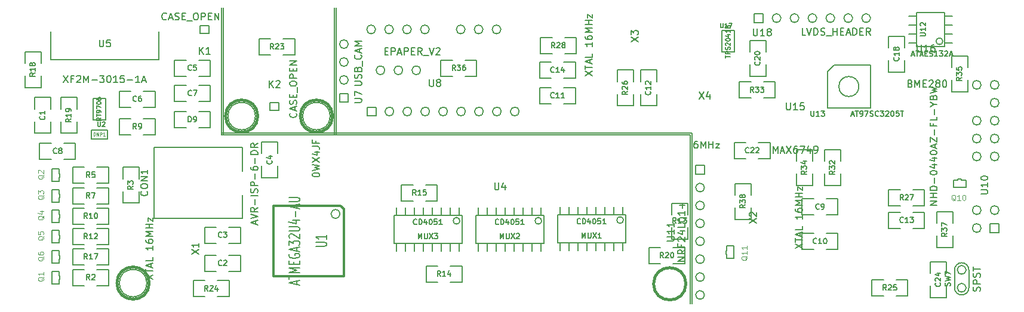
<source format=gto>
G04 (created by PCBNEW (2013-may-18)-stable) date Fri Aug 12 12:01:44 2016*
%MOIN*%
G04 Gerber Fmt 3.4, Leading zero omitted, Abs format*
%FSLAX34Y34*%
G01*
G70*
G90*
G04 APERTURE LIST*
%ADD10C,0.00590551*%
%ADD11C,0.00787402*%
%ADD12C,0.012*%
%ADD13C,0.008*%
%ADD14C,0.005*%
%ADD15C,0.015*%
%ADD16C,0.006*%
%ADD17C,0.0059*%
%ADD18C,0.0045*%
%ADD19C,0.0039*%
%ADD20C,0.01*%
G04 APERTURE END LIST*
G54D10*
G54D11*
X91437Y-54035D02*
X91437Y-63582D01*
X71555Y-54035D02*
X91437Y-54035D01*
X71555Y-54133D02*
X71555Y-47047D01*
X65157Y-54035D02*
X71555Y-54035D01*
X65157Y-54133D02*
X65255Y-54133D01*
X65157Y-47047D02*
X65157Y-54133D01*
X91338Y-54133D02*
X91338Y-63582D01*
X71456Y-54133D02*
X91338Y-54133D01*
X71456Y-54133D02*
X71456Y-47047D01*
X65255Y-54133D02*
X71456Y-54133D01*
X65255Y-47047D02*
X65255Y-54133D01*
G54D12*
X71989Y-62029D02*
X68049Y-62029D01*
X68049Y-62029D02*
X68049Y-58089D01*
X71799Y-58089D02*
X68049Y-58089D01*
X71989Y-58279D02*
X71989Y-62029D01*
X71799Y-58089D02*
X71989Y-58279D01*
G54D13*
X71769Y-58559D02*
G75*
G03X71769Y-58559I-250J0D01*
G74*
G01*
G54D14*
X86557Y-60169D02*
X86557Y-60599D01*
X86057Y-60169D02*
X86057Y-60599D01*
X85557Y-60169D02*
X85557Y-60599D01*
X87057Y-60169D02*
X87057Y-60599D01*
X87557Y-60599D02*
X87557Y-60169D01*
X85057Y-60599D02*
X85057Y-60169D01*
X84557Y-60599D02*
X84557Y-60169D01*
X84057Y-60599D02*
X84057Y-60169D01*
X84057Y-58609D02*
X84057Y-58179D01*
X84557Y-58609D02*
X84557Y-58179D01*
X85057Y-58609D02*
X85057Y-58179D01*
X87557Y-58609D02*
X87557Y-58179D01*
X87057Y-58179D02*
X87057Y-58609D01*
X85557Y-58179D02*
X85557Y-58609D01*
X86057Y-58179D02*
X86057Y-58609D01*
X86557Y-58179D02*
X86557Y-58609D01*
X87593Y-58899D02*
G75*
G03X87593Y-58899I-186J0D01*
G74*
G01*
X87707Y-60169D02*
X87707Y-58609D01*
X87707Y-58609D02*
X83907Y-58609D01*
X83907Y-58609D02*
X83907Y-60169D01*
X83907Y-60169D02*
X87707Y-60169D01*
X77423Y-60209D02*
X77423Y-60639D01*
X76923Y-60209D02*
X76923Y-60639D01*
X76423Y-60209D02*
X76423Y-60639D01*
X77923Y-60209D02*
X77923Y-60639D01*
X78423Y-60639D02*
X78423Y-60209D01*
X75923Y-60639D02*
X75923Y-60209D01*
X75423Y-60639D02*
X75423Y-60209D01*
X74923Y-60639D02*
X74923Y-60209D01*
X74923Y-58649D02*
X74923Y-58219D01*
X75423Y-58649D02*
X75423Y-58219D01*
X75923Y-58649D02*
X75923Y-58219D01*
X78423Y-58649D02*
X78423Y-58219D01*
X77923Y-58219D02*
X77923Y-58649D01*
X76423Y-58219D02*
X76423Y-58649D01*
X76923Y-58219D02*
X76923Y-58649D01*
X77423Y-58219D02*
X77423Y-58649D01*
X78459Y-58939D02*
G75*
G03X78459Y-58939I-186J0D01*
G74*
G01*
X78573Y-60209D02*
X78573Y-58649D01*
X78573Y-58649D02*
X74773Y-58649D01*
X74773Y-58649D02*
X74773Y-60209D01*
X74773Y-60209D02*
X78573Y-60209D01*
X77200Y-57831D02*
X77200Y-56931D01*
X77200Y-56931D02*
X76550Y-56931D01*
X75850Y-57831D02*
X75200Y-57831D01*
X75200Y-57831D02*
X75200Y-56931D01*
X75200Y-56931D02*
X75850Y-56931D01*
X76550Y-57831D02*
X77200Y-57831D01*
X54175Y-51492D02*
X55075Y-51492D01*
X55075Y-51492D02*
X55075Y-50842D01*
X54175Y-50142D02*
X54175Y-49492D01*
X54175Y-49492D02*
X55075Y-49492D01*
X55075Y-49492D02*
X55075Y-50142D01*
X54175Y-50842D02*
X54175Y-51492D01*
X58854Y-56847D02*
X58854Y-55947D01*
X58854Y-55947D02*
X58204Y-55947D01*
X57504Y-56847D02*
X56854Y-56847D01*
X56854Y-56847D02*
X56854Y-55947D01*
X56854Y-55947D02*
X57504Y-55947D01*
X58204Y-56847D02*
X58854Y-56847D01*
X58854Y-57989D02*
X58854Y-57089D01*
X58854Y-57089D02*
X58204Y-57089D01*
X57504Y-57989D02*
X56854Y-57989D01*
X56854Y-57989D02*
X56854Y-57089D01*
X56854Y-57089D02*
X57504Y-57089D01*
X58204Y-57989D02*
X58854Y-57989D01*
X58854Y-59131D02*
X58854Y-58231D01*
X58854Y-58231D02*
X58204Y-58231D01*
X57504Y-59131D02*
X56854Y-59131D01*
X56854Y-59131D02*
X56854Y-58231D01*
X56854Y-58231D02*
X57504Y-58231D01*
X58204Y-59131D02*
X58854Y-59131D01*
X58854Y-60272D02*
X58854Y-59372D01*
X58854Y-59372D02*
X58204Y-59372D01*
X57504Y-60272D02*
X56854Y-60272D01*
X56854Y-60272D02*
X56854Y-59372D01*
X56854Y-59372D02*
X57504Y-59372D01*
X58204Y-60272D02*
X58854Y-60272D01*
X58854Y-61414D02*
X58854Y-60514D01*
X58854Y-60514D02*
X58204Y-60514D01*
X57504Y-61414D02*
X56854Y-61414D01*
X56854Y-61414D02*
X56854Y-60514D01*
X56854Y-60514D02*
X57504Y-60514D01*
X58204Y-61414D02*
X58854Y-61414D01*
X57003Y-55509D02*
X57003Y-54609D01*
X57003Y-54609D02*
X56353Y-54609D01*
X55653Y-55509D02*
X55003Y-55509D01*
X55003Y-55509D02*
X55003Y-54609D01*
X55003Y-54609D02*
X55653Y-54609D01*
X56353Y-55509D02*
X57003Y-55509D01*
X64523Y-53737D02*
X64523Y-52837D01*
X64523Y-52837D02*
X63873Y-52837D01*
X63173Y-53737D02*
X62523Y-53737D01*
X62523Y-53737D02*
X62523Y-52837D01*
X62523Y-52837D02*
X63173Y-52837D01*
X63873Y-53737D02*
X64523Y-53737D01*
X64523Y-52280D02*
X64523Y-51380D01*
X64523Y-51380D02*
X63873Y-51380D01*
X63173Y-52280D02*
X62523Y-52280D01*
X62523Y-52280D02*
X62523Y-51380D01*
X62523Y-51380D02*
X63173Y-51380D01*
X63873Y-52280D02*
X64523Y-52280D01*
X54727Y-54051D02*
X55627Y-54051D01*
X55627Y-54051D02*
X55627Y-53401D01*
X54727Y-52701D02*
X54727Y-52051D01*
X54727Y-52051D02*
X55627Y-52051D01*
X55627Y-52051D02*
X55627Y-52701D01*
X54727Y-53401D02*
X54727Y-54051D01*
X56183Y-54051D02*
X57083Y-54051D01*
X57083Y-54051D02*
X57083Y-53401D01*
X56183Y-52701D02*
X56183Y-52051D01*
X56183Y-52051D02*
X57083Y-52051D01*
X57083Y-52051D02*
X57083Y-52701D01*
X56183Y-53401D02*
X56183Y-54051D01*
X59452Y-51695D02*
X59452Y-52595D01*
X59452Y-52595D02*
X60102Y-52595D01*
X60802Y-51695D02*
X61452Y-51695D01*
X61452Y-51695D02*
X61452Y-52595D01*
X61452Y-52595D02*
X60802Y-52595D01*
X60102Y-51695D02*
X59452Y-51695D01*
X59452Y-53231D02*
X59452Y-54131D01*
X59452Y-54131D02*
X60102Y-54131D01*
X60802Y-53231D02*
X61452Y-53231D01*
X61452Y-53231D02*
X61452Y-54131D01*
X61452Y-54131D02*
X60802Y-54131D01*
X60102Y-53231D02*
X59452Y-53231D01*
X62523Y-49963D02*
X62523Y-50863D01*
X62523Y-50863D02*
X63173Y-50863D01*
X63873Y-49963D02*
X64523Y-49963D01*
X64523Y-49963D02*
X64523Y-50863D01*
X64523Y-50863D02*
X63873Y-50863D01*
X63173Y-49963D02*
X62523Y-49963D01*
X76578Y-61459D02*
X76578Y-62359D01*
X76578Y-62359D02*
X77228Y-62359D01*
X77928Y-61459D02*
X78578Y-61459D01*
X78578Y-61459D02*
X78578Y-62359D01*
X78578Y-62359D02*
X77928Y-62359D01*
X77228Y-61459D02*
X76578Y-61459D01*
X58854Y-62556D02*
X58854Y-61656D01*
X58854Y-61656D02*
X58204Y-61656D01*
X57504Y-62556D02*
X56854Y-62556D01*
X56854Y-62556D02*
X56854Y-61656D01*
X56854Y-61656D02*
X57504Y-61656D01*
X58204Y-62556D02*
X58854Y-62556D01*
X67404Y-56531D02*
X68304Y-56531D01*
X68304Y-56531D02*
X68304Y-55881D01*
X67404Y-55181D02*
X67404Y-54531D01*
X67404Y-54531D02*
X68304Y-54531D01*
X68304Y-54531D02*
X68304Y-55181D01*
X67404Y-55881D02*
X67404Y-56531D01*
X91019Y-61335D02*
X91019Y-60435D01*
X91019Y-60435D02*
X90369Y-60435D01*
X89669Y-61335D02*
X89019Y-61335D01*
X89019Y-61335D02*
X89019Y-60435D01*
X89019Y-60435D02*
X89669Y-60435D01*
X90369Y-61335D02*
X91019Y-61335D01*
X59648Y-57948D02*
X60548Y-57948D01*
X60548Y-57948D02*
X60548Y-57298D01*
X59648Y-56598D02*
X59648Y-55948D01*
X59648Y-55948D02*
X60548Y-55948D01*
X60548Y-55948D02*
X60548Y-56598D01*
X59648Y-57298D02*
X59648Y-57948D01*
X64216Y-60868D02*
X64216Y-61768D01*
X64216Y-61768D02*
X64866Y-61768D01*
X65566Y-60868D02*
X66216Y-60868D01*
X66216Y-60868D02*
X66216Y-61768D01*
X66216Y-61768D02*
X65566Y-61768D01*
X64866Y-60868D02*
X64216Y-60868D01*
X64216Y-59294D02*
X64216Y-60194D01*
X64216Y-60194D02*
X64866Y-60194D01*
X65566Y-59294D02*
X66216Y-59294D01*
X66216Y-59294D02*
X66216Y-60194D01*
X66216Y-60194D02*
X65566Y-60194D01*
X64866Y-59294D02*
X64216Y-59294D01*
X90278Y-59956D02*
X91178Y-59956D01*
X91178Y-59956D02*
X91178Y-59306D01*
X90278Y-58606D02*
X90278Y-57956D01*
X90278Y-57956D02*
X91178Y-57956D01*
X91178Y-57956D02*
X91178Y-58606D01*
X90278Y-59306D02*
X90278Y-59956D01*
X57876Y-53864D02*
X58776Y-53864D01*
X58776Y-53864D02*
X58776Y-54364D01*
X58776Y-54364D02*
X57876Y-54364D01*
X57876Y-54364D02*
X57876Y-53864D01*
G54D10*
X66337Y-56170D02*
X66337Y-54850D01*
X66337Y-54850D02*
X61377Y-54850D01*
X61377Y-54850D02*
X61377Y-58810D01*
X61377Y-58810D02*
X66337Y-58810D01*
X66337Y-58810D02*
X66337Y-57490D01*
G54D14*
X56085Y-62006D02*
X56085Y-61756D01*
X56085Y-61756D02*
X55685Y-61756D01*
X55685Y-62456D02*
X56085Y-62456D01*
X56085Y-62456D02*
X56085Y-62206D01*
X56135Y-62006D02*
X56085Y-62006D01*
X56085Y-62206D02*
X56135Y-62206D01*
X55685Y-61756D02*
X55685Y-62456D01*
X56135Y-62206D02*
X56135Y-62006D01*
X56085Y-56297D02*
X56085Y-56047D01*
X56085Y-56047D02*
X55685Y-56047D01*
X55685Y-56747D02*
X56085Y-56747D01*
X56085Y-56747D02*
X56085Y-56497D01*
X56135Y-56297D02*
X56085Y-56297D01*
X56085Y-56497D02*
X56135Y-56497D01*
X55685Y-56047D02*
X55685Y-56747D01*
X56135Y-56497D02*
X56135Y-56297D01*
X56085Y-57439D02*
X56085Y-57189D01*
X56085Y-57189D02*
X55685Y-57189D01*
X55685Y-57889D02*
X56085Y-57889D01*
X56085Y-57889D02*
X56085Y-57639D01*
X56135Y-57439D02*
X56085Y-57439D01*
X56085Y-57639D02*
X56135Y-57639D01*
X55685Y-57189D02*
X55685Y-57889D01*
X56135Y-57639D02*
X56135Y-57439D01*
X56085Y-58581D02*
X56085Y-58331D01*
X56085Y-58331D02*
X55685Y-58331D01*
X55685Y-59031D02*
X56085Y-59031D01*
X56085Y-59031D02*
X56085Y-58781D01*
X56135Y-58581D02*
X56085Y-58581D01*
X56085Y-58781D02*
X56135Y-58781D01*
X55685Y-58331D02*
X55685Y-59031D01*
X56135Y-58781D02*
X56135Y-58581D01*
X56085Y-59722D02*
X56085Y-59472D01*
X56085Y-59472D02*
X55685Y-59472D01*
X55685Y-60172D02*
X56085Y-60172D01*
X56085Y-60172D02*
X56085Y-59922D01*
X56135Y-59722D02*
X56085Y-59722D01*
X56085Y-59922D02*
X56135Y-59922D01*
X55685Y-59472D02*
X55685Y-60172D01*
X56135Y-59922D02*
X56135Y-59722D01*
X56085Y-60864D02*
X56085Y-60614D01*
X56085Y-60614D02*
X55685Y-60614D01*
X55685Y-61314D02*
X56085Y-61314D01*
X56085Y-61314D02*
X56085Y-61064D01*
X56135Y-60864D02*
X56085Y-60864D01*
X56085Y-61064D02*
X56135Y-61064D01*
X55685Y-60614D02*
X55685Y-61314D01*
X56135Y-61064D02*
X56135Y-60864D01*
G54D10*
X61661Y-49935D02*
X55621Y-49935D01*
X55621Y-49935D02*
X55621Y-48375D01*
X61661Y-48375D02*
X61661Y-49895D01*
G54D14*
X58676Y-53296D02*
X57976Y-53296D01*
X57976Y-53296D02*
X57976Y-52096D01*
X57976Y-52096D02*
X58676Y-52096D01*
X58676Y-52096D02*
X58676Y-53296D01*
X81990Y-60209D02*
X81990Y-60639D01*
X81490Y-60209D02*
X81490Y-60639D01*
X80990Y-60209D02*
X80990Y-60639D01*
X82490Y-60209D02*
X82490Y-60639D01*
X82990Y-60639D02*
X82990Y-60209D01*
X80490Y-60639D02*
X80490Y-60209D01*
X79990Y-60639D02*
X79990Y-60209D01*
X79490Y-60639D02*
X79490Y-60209D01*
X79490Y-58649D02*
X79490Y-58219D01*
X79990Y-58649D02*
X79990Y-58219D01*
X80490Y-58649D02*
X80490Y-58219D01*
X82990Y-58649D02*
X82990Y-58219D01*
X82490Y-58219D02*
X82490Y-58649D01*
X80990Y-58219D02*
X80990Y-58649D01*
X81490Y-58219D02*
X81490Y-58649D01*
X81990Y-58219D02*
X81990Y-58649D01*
X83026Y-58939D02*
G75*
G03X83026Y-58939I-186J0D01*
G74*
G01*
X83140Y-60209D02*
X83140Y-58649D01*
X83140Y-58649D02*
X79340Y-58649D01*
X79340Y-58649D02*
X79340Y-60209D01*
X79340Y-60209D02*
X83140Y-60209D01*
X67248Y-48782D02*
X67248Y-49682D01*
X67248Y-49682D02*
X67898Y-49682D01*
X68598Y-48782D02*
X69248Y-48782D01*
X69248Y-48782D02*
X69248Y-49682D01*
X69248Y-49682D02*
X68598Y-49682D01*
X67898Y-48782D02*
X67248Y-48782D01*
G54D15*
X91077Y-62460D02*
G75*
G03X91077Y-62460I-900J0D01*
G74*
G01*
X61116Y-62421D02*
G75*
G03X61116Y-62421I-900J0D01*
G74*
G01*
X67179Y-53090D02*
G75*
G03X67179Y-53090I-900J0D01*
G74*
G01*
X71352Y-53090D02*
G75*
G03X71352Y-53090I-900J0D01*
G74*
G01*
G54D14*
X106876Y-61685D02*
X106876Y-62685D01*
X106076Y-61685D02*
X106076Y-62685D01*
X106876Y-61685D02*
G75*
G03X106476Y-61285I-400J0D01*
G74*
G01*
X106476Y-61285D02*
G75*
G03X106076Y-61685I0J-400D01*
G74*
G01*
X106476Y-63085D02*
G75*
G03X106876Y-62685I0J400D01*
G74*
G01*
X106076Y-62685D02*
G75*
G03X106476Y-63085I400J0D01*
G74*
G01*
X106258Y-56670D02*
X106008Y-56670D01*
X106008Y-56670D02*
X106008Y-57070D01*
X106708Y-57070D02*
X106708Y-56670D01*
X106708Y-56670D02*
X106458Y-56670D01*
X106258Y-56620D02*
X106258Y-56670D01*
X106458Y-56670D02*
X106458Y-56620D01*
X106008Y-57070D02*
X106708Y-57070D01*
X106458Y-56620D02*
X106258Y-56620D01*
X93362Y-60788D02*
X93362Y-61038D01*
X93362Y-61038D02*
X93762Y-61038D01*
X93762Y-60338D02*
X93362Y-60338D01*
X93362Y-60338D02*
X93362Y-60588D01*
X93312Y-60788D02*
X93362Y-60788D01*
X93362Y-60588D02*
X93312Y-60588D01*
X93762Y-61038D02*
X93762Y-60338D01*
X93312Y-60588D02*
X93312Y-60788D01*
X93094Y-48317D02*
X93794Y-48317D01*
X93794Y-48317D02*
X93794Y-49517D01*
X93794Y-49517D02*
X93094Y-49517D01*
X93094Y-49517D02*
X93094Y-48317D01*
X103964Y-49198D02*
X105524Y-49198D01*
X105524Y-49198D02*
X105524Y-47298D01*
X105524Y-47298D02*
X103964Y-47298D01*
X103964Y-47298D02*
X103964Y-49198D01*
X103964Y-48998D02*
X103534Y-48998D01*
X103964Y-48498D02*
X103534Y-48498D01*
X103964Y-47998D02*
X103534Y-47998D01*
X103534Y-47498D02*
X103964Y-47498D01*
X105524Y-47498D02*
X105954Y-47498D01*
X105954Y-47998D02*
X105524Y-47998D01*
X105954Y-48498D02*
X105524Y-48498D01*
X105954Y-48998D02*
X105524Y-48998D01*
X105420Y-48908D02*
G75*
G03X105420Y-48908I-186J0D01*
G74*
G01*
X63586Y-62286D02*
X63586Y-63186D01*
X63586Y-63186D02*
X64236Y-63186D01*
X64936Y-62286D02*
X65586Y-62286D01*
X65586Y-62286D02*
X65586Y-63186D01*
X65586Y-63186D02*
X64936Y-63186D01*
X64236Y-62286D02*
X63586Y-62286D01*
X79405Y-50863D02*
X79405Y-49963D01*
X79405Y-49963D02*
X78755Y-49963D01*
X78055Y-50863D02*
X77405Y-50863D01*
X77405Y-50863D02*
X77405Y-49963D01*
X77405Y-49963D02*
X78055Y-49963D01*
X78755Y-50863D02*
X79405Y-50863D01*
X98821Y-56964D02*
X99721Y-56964D01*
X99721Y-56964D02*
X99721Y-56314D01*
X98821Y-55614D02*
X98821Y-54964D01*
X98821Y-54964D02*
X99721Y-54964D01*
X99721Y-54964D02*
X99721Y-55614D01*
X98821Y-56314D02*
X98821Y-56964D01*
X97246Y-56964D02*
X98146Y-56964D01*
X98146Y-56964D02*
X98146Y-56314D01*
X97246Y-55614D02*
X97246Y-54964D01*
X97246Y-54964D02*
X98146Y-54964D01*
X98146Y-54964D02*
X98146Y-55614D01*
X97246Y-56314D02*
X97246Y-56964D01*
X105627Y-61224D02*
X104727Y-61224D01*
X104727Y-61224D02*
X104727Y-61874D01*
X105627Y-62574D02*
X105627Y-63224D01*
X105627Y-63224D02*
X104727Y-63224D01*
X104727Y-63224D02*
X104727Y-62574D01*
X105627Y-61874D02*
X105627Y-61224D01*
X105981Y-58429D02*
X105081Y-58429D01*
X105081Y-58429D02*
X105081Y-59079D01*
X105981Y-59779D02*
X105981Y-60429D01*
X105981Y-60429D02*
X105081Y-60429D01*
X105081Y-60429D02*
X105081Y-59779D01*
X105981Y-59079D02*
X105981Y-58429D01*
X103304Y-48625D02*
X102404Y-48625D01*
X102404Y-48625D02*
X102404Y-49275D01*
X103304Y-49975D02*
X103304Y-50625D01*
X103304Y-50625D02*
X102404Y-50625D01*
X102404Y-50625D02*
X102404Y-49975D01*
X103304Y-49275D02*
X103304Y-48625D01*
X93821Y-58854D02*
X94721Y-58854D01*
X94721Y-58854D02*
X94721Y-58204D01*
X93821Y-57504D02*
X93821Y-56854D01*
X93821Y-56854D02*
X94721Y-56854D01*
X94721Y-56854D02*
X94721Y-57504D01*
X93821Y-58204D02*
X93821Y-58854D01*
X105908Y-51728D02*
X106808Y-51728D01*
X106808Y-51728D02*
X106808Y-51078D01*
X105908Y-50378D02*
X105908Y-49728D01*
X105908Y-49728D02*
X106808Y-49728D01*
X106808Y-49728D02*
X106808Y-50378D01*
X105908Y-51078D02*
X105908Y-51728D01*
X93783Y-54569D02*
X93783Y-55469D01*
X93783Y-55469D02*
X94433Y-55469D01*
X95133Y-54569D02*
X95783Y-54569D01*
X95783Y-54569D02*
X95783Y-55469D01*
X95783Y-55469D02*
X95133Y-55469D01*
X94433Y-54569D02*
X93783Y-54569D01*
X84917Y-50981D02*
X84917Y-50081D01*
X84917Y-50081D02*
X84267Y-50081D01*
X83567Y-50981D02*
X82917Y-50981D01*
X82917Y-50981D02*
X82917Y-50081D01*
X82917Y-50081D02*
X83567Y-50081D01*
X84267Y-50981D02*
X84917Y-50981D01*
X88146Y-50515D02*
X87246Y-50515D01*
X87246Y-50515D02*
X87246Y-51165D01*
X88146Y-51865D02*
X88146Y-52515D01*
X88146Y-52515D02*
X87246Y-52515D01*
X87246Y-52515D02*
X87246Y-51865D01*
X88146Y-51165D02*
X88146Y-50515D01*
X84917Y-52398D02*
X84917Y-51498D01*
X84917Y-51498D02*
X84267Y-51498D01*
X83567Y-52398D02*
X82917Y-52398D01*
X82917Y-52398D02*
X82917Y-51498D01*
X82917Y-51498D02*
X83567Y-51498D01*
X84267Y-52398D02*
X84917Y-52398D01*
X89446Y-50515D02*
X88546Y-50515D01*
X88546Y-50515D02*
X88546Y-51165D01*
X89446Y-51865D02*
X89446Y-52515D01*
X89446Y-52515D02*
X88546Y-52515D01*
X88546Y-52515D02*
X88546Y-51865D01*
X89446Y-51165D02*
X89446Y-50515D01*
X104405Y-59367D02*
X104405Y-58467D01*
X104405Y-58467D02*
X103755Y-58467D01*
X103055Y-59367D02*
X102405Y-59367D01*
X102405Y-59367D02*
X102405Y-58467D01*
X102405Y-58467D02*
X103055Y-58467D01*
X103755Y-59367D02*
X104405Y-59367D01*
X103460Y-63146D02*
X103460Y-62246D01*
X103460Y-62246D02*
X102810Y-62246D01*
X102110Y-63146D02*
X101460Y-63146D01*
X101460Y-63146D02*
X101460Y-62246D01*
X101460Y-62246D02*
X102110Y-62246D01*
X102810Y-63146D02*
X103460Y-63146D01*
X97562Y-57719D02*
X97562Y-58619D01*
X97562Y-58619D02*
X98212Y-58619D01*
X98912Y-57719D02*
X99562Y-57719D01*
X99562Y-57719D02*
X99562Y-58619D01*
X99562Y-58619D02*
X98912Y-58619D01*
X98212Y-57719D02*
X97562Y-57719D01*
X97562Y-59648D02*
X97562Y-60548D01*
X97562Y-60548D02*
X98212Y-60548D01*
X98912Y-59648D02*
X99562Y-59648D01*
X99562Y-59648D02*
X99562Y-60548D01*
X99562Y-60548D02*
X98912Y-60548D01*
X98212Y-59648D02*
X97562Y-59648D01*
X82956Y-48703D02*
X82956Y-49603D01*
X82956Y-49603D02*
X83606Y-49603D01*
X84306Y-48703D02*
X84956Y-48703D01*
X84956Y-48703D02*
X84956Y-49603D01*
X84956Y-49603D02*
X84306Y-49603D01*
X83606Y-48703D02*
X82956Y-48703D01*
X104405Y-58107D02*
X104405Y-57207D01*
X104405Y-57207D02*
X103755Y-57207D01*
X103055Y-58107D02*
X102405Y-58107D01*
X102405Y-58107D02*
X102405Y-57207D01*
X102405Y-57207D02*
X103055Y-57207D01*
X103755Y-58107D02*
X104405Y-58107D01*
X94648Y-50862D02*
X95548Y-50862D01*
X95548Y-50862D02*
X95548Y-50212D01*
X94648Y-49512D02*
X94648Y-48862D01*
X94648Y-48862D02*
X95548Y-48862D01*
X95548Y-48862D02*
X95548Y-49512D01*
X94648Y-50212D02*
X94648Y-50862D01*
X96059Y-52083D02*
X96059Y-51183D01*
X96059Y-51183D02*
X95409Y-51183D01*
X94709Y-52083D02*
X94059Y-52083D01*
X94059Y-52083D02*
X94059Y-51183D01*
X94059Y-51183D02*
X94709Y-51183D01*
X95409Y-52083D02*
X96059Y-52083D01*
G54D16*
X99352Y-50237D02*
X101002Y-50237D01*
X101002Y-50237D02*
X101377Y-50237D01*
X101377Y-50237D02*
X101377Y-52637D01*
X101377Y-52637D02*
X98977Y-52637D01*
X98977Y-52637D02*
X98977Y-50612D01*
X98977Y-50612D02*
X99352Y-50237D01*
G54D10*
X64452Y-48469D02*
X64452Y-48029D01*
X64452Y-48029D02*
X63972Y-48029D01*
X63972Y-48029D02*
X63972Y-48469D01*
X63972Y-48469D02*
X64452Y-48469D01*
X67870Y-52337D02*
X67870Y-52777D01*
X67870Y-52777D02*
X68350Y-52777D01*
X68350Y-52777D02*
X68350Y-52337D01*
X68350Y-52337D02*
X67870Y-52337D01*
X60987Y-62421D02*
G75*
G03X60987Y-62421I-770J0D01*
G74*
G01*
X67050Y-53090D02*
G75*
G03X67050Y-53090I-770J0D01*
G74*
G01*
X71223Y-53090D02*
G75*
G03X71223Y-53090I-770J0D01*
G74*
G01*
X106721Y-62685D02*
G75*
G03X106721Y-62685I-245J0D01*
G74*
G01*
X106721Y-61685D02*
G75*
G03X106721Y-61685I-245J0D01*
G74*
G01*
X108069Y-59100D02*
X108069Y-59591D01*
X108560Y-59591D01*
X108560Y-59100D01*
X108069Y-59100D01*
X107560Y-59346D02*
G75*
G03X107560Y-59346I-245J0D01*
G74*
G01*
X108560Y-58346D02*
G75*
G03X108560Y-58346I-245J0D01*
G74*
G01*
X107560Y-58346D02*
G75*
G03X107560Y-58346I-245J0D01*
G74*
G01*
X108560Y-55346D02*
G75*
G03X108560Y-55346I-245J0D01*
G74*
G01*
X107560Y-55346D02*
G75*
G03X107560Y-55346I-245J0D01*
G74*
G01*
X108560Y-54346D02*
G75*
G03X108560Y-54346I-245J0D01*
G74*
G01*
X107560Y-54346D02*
G75*
G03X107560Y-54346I-245J0D01*
G74*
G01*
X108560Y-53346D02*
G75*
G03X108560Y-53346I-245J0D01*
G74*
G01*
X107560Y-53346D02*
G75*
G03X107560Y-53346I-245J0D01*
G74*
G01*
X108560Y-52346D02*
G75*
G03X108560Y-52346I-245J0D01*
G74*
G01*
X108560Y-51346D02*
G75*
G03X108560Y-51346I-245J0D01*
G74*
G01*
X107560Y-51346D02*
G75*
G03X107560Y-51346I-245J0D01*
G74*
G01*
X91624Y-55841D02*
X91624Y-56332D01*
X92115Y-56332D01*
X92115Y-55841D01*
X91624Y-55841D01*
X92115Y-57086D02*
G75*
G03X92115Y-57086I-245J0D01*
G74*
G01*
X92115Y-58086D02*
G75*
G03X92115Y-58086I-245J0D01*
G74*
G01*
X92115Y-59086D02*
G75*
G03X92115Y-59086I-245J0D01*
G74*
G01*
X92115Y-60086D02*
G75*
G03X92115Y-60086I-245J0D01*
G74*
G01*
X92115Y-61086D02*
G75*
G03X92115Y-61086I-245J0D01*
G74*
G01*
X92115Y-62086D02*
G75*
G03X92115Y-62086I-245J0D01*
G74*
G01*
X92115Y-63086D02*
G75*
G03X92115Y-63086I-245J0D01*
G74*
G01*
X94896Y-47372D02*
X94896Y-47863D01*
X95387Y-47863D01*
X95387Y-47372D01*
X94896Y-47372D01*
X96387Y-47618D02*
G75*
G03X96387Y-47618I-245J0D01*
G74*
G01*
X97387Y-47618D02*
G75*
G03X97387Y-47618I-245J0D01*
G74*
G01*
X98387Y-47618D02*
G75*
G03X98387Y-47618I-245J0D01*
G74*
G01*
X99387Y-47618D02*
G75*
G03X99387Y-47618I-245J0D01*
G74*
G01*
X100387Y-47618D02*
G75*
G03X100387Y-47618I-245J0D01*
G74*
G01*
X101387Y-47618D02*
G75*
G03X101387Y-47618I-245J0D01*
G74*
G01*
X71742Y-51825D02*
X71742Y-52316D01*
X72233Y-52316D01*
X72233Y-51825D01*
X71742Y-51825D01*
X72233Y-51070D02*
G75*
G03X72233Y-51070I-245J0D01*
G74*
G01*
X72233Y-50070D02*
G75*
G03X72233Y-50070I-245J0D01*
G74*
G01*
X72233Y-49070D02*
G75*
G03X72233Y-49070I-245J0D01*
G74*
G01*
X73282Y-52588D02*
X73282Y-53079D01*
X73773Y-53079D01*
X73773Y-52588D01*
X73282Y-52588D01*
X74773Y-52833D02*
G75*
G03X74773Y-52833I-245J0D01*
G74*
G01*
X75773Y-52833D02*
G75*
G03X75773Y-52833I-245J0D01*
G74*
G01*
X76773Y-52833D02*
G75*
G03X76773Y-52833I-245J0D01*
G74*
G01*
X77773Y-52833D02*
G75*
G03X77773Y-52833I-245J0D01*
G74*
G01*
X78773Y-52833D02*
G75*
G03X78773Y-52833I-245J0D01*
G74*
G01*
X79773Y-52833D02*
G75*
G03X79773Y-52833I-245J0D01*
G74*
G01*
X80773Y-52833D02*
G75*
G03X80773Y-52833I-245J0D01*
G74*
G01*
X81773Y-52833D02*
G75*
G03X81773Y-52833I-245J0D01*
G74*
G01*
X76273Y-50531D02*
G75*
G03X76273Y-50531I-245J0D01*
G74*
G01*
X75273Y-50531D02*
G75*
G03X75273Y-50531I-245J0D01*
G74*
G01*
X74273Y-50531D02*
G75*
G03X74273Y-50531I-245J0D01*
G74*
G01*
X73753Y-48249D02*
G75*
G03X73753Y-48249I-245J0D01*
G74*
G01*
X74753Y-48249D02*
G75*
G03X74753Y-48249I-245J0D01*
G74*
G01*
X75753Y-48249D02*
G75*
G03X75753Y-48249I-245J0D01*
G74*
G01*
X76753Y-48249D02*
G75*
G03X76753Y-48249I-245J0D01*
G74*
G01*
X78753Y-48249D02*
G75*
G03X78753Y-48249I-245J0D01*
G74*
G01*
X79753Y-48249D02*
G75*
G03X79753Y-48249I-245J0D01*
G74*
G01*
X80753Y-48249D02*
G75*
G03X80753Y-48249I-245J0D01*
G74*
G01*
X100738Y-51437D02*
G75*
G03X100738Y-51437I-560J0D01*
G74*
G01*
G54D13*
X70412Y-60363D02*
X70898Y-60363D01*
X70955Y-60344D01*
X70983Y-60325D01*
X71012Y-60287D01*
X71012Y-60211D01*
X70983Y-60173D01*
X70955Y-60154D01*
X70898Y-60135D01*
X70412Y-60135D01*
X71012Y-59735D02*
X71012Y-59963D01*
X71012Y-59849D02*
X70412Y-59849D01*
X70498Y-59887D01*
X70555Y-59925D01*
X70583Y-59963D01*
X69341Y-62497D02*
X69341Y-62306D01*
X69512Y-62535D02*
X68912Y-62401D01*
X69512Y-62268D01*
X68912Y-62192D02*
X68912Y-61963D01*
X69512Y-62078D02*
X68912Y-62078D01*
X69512Y-61830D02*
X68912Y-61830D01*
X69341Y-61697D01*
X68912Y-61563D01*
X69512Y-61563D01*
X69198Y-61373D02*
X69198Y-61240D01*
X69512Y-61182D02*
X69512Y-61373D01*
X68912Y-61373D01*
X68912Y-61182D01*
X68941Y-60801D02*
X68912Y-60840D01*
X68912Y-60897D01*
X68941Y-60954D01*
X68998Y-60992D01*
X69055Y-61011D01*
X69169Y-61030D01*
X69255Y-61030D01*
X69369Y-61011D01*
X69426Y-60992D01*
X69483Y-60954D01*
X69512Y-60897D01*
X69512Y-60859D01*
X69483Y-60801D01*
X69455Y-60782D01*
X69255Y-60782D01*
X69255Y-60859D01*
X69341Y-60630D02*
X69341Y-60440D01*
X69512Y-60668D02*
X68912Y-60535D01*
X69512Y-60401D01*
X68912Y-60306D02*
X68912Y-60059D01*
X69141Y-60192D01*
X69141Y-60135D01*
X69169Y-60097D01*
X69198Y-60078D01*
X69255Y-60059D01*
X69398Y-60059D01*
X69455Y-60078D01*
X69483Y-60097D01*
X69512Y-60135D01*
X69512Y-60249D01*
X69483Y-60287D01*
X69455Y-60306D01*
X68969Y-59906D02*
X68941Y-59887D01*
X68912Y-59849D01*
X68912Y-59754D01*
X68941Y-59716D01*
X68969Y-59697D01*
X69026Y-59678D01*
X69083Y-59678D01*
X69169Y-59697D01*
X69512Y-59925D01*
X69512Y-59678D01*
X68912Y-59506D02*
X69398Y-59506D01*
X69455Y-59487D01*
X69483Y-59468D01*
X69512Y-59430D01*
X69512Y-59354D01*
X69483Y-59316D01*
X69455Y-59297D01*
X69398Y-59278D01*
X68912Y-59278D01*
X69112Y-58916D02*
X69512Y-58916D01*
X68883Y-59011D02*
X69312Y-59106D01*
X69312Y-58859D01*
X69283Y-58706D02*
X69283Y-58401D01*
X69341Y-58230D02*
X69341Y-58040D01*
X69512Y-58268D02*
X68912Y-58135D01*
X69512Y-58001D01*
X68912Y-57868D02*
X69398Y-57868D01*
X69455Y-57849D01*
X69483Y-57830D01*
X69512Y-57792D01*
X69512Y-57716D01*
X69483Y-57678D01*
X69455Y-57659D01*
X69398Y-57640D01*
X68912Y-57640D01*
G54D17*
X85273Y-59909D02*
X85273Y-59614D01*
X85371Y-59824D01*
X85469Y-59614D01*
X85469Y-59909D01*
X85610Y-59614D02*
X85610Y-59852D01*
X85624Y-59881D01*
X85638Y-59895D01*
X85666Y-59909D01*
X85722Y-59909D01*
X85750Y-59895D01*
X85764Y-59881D01*
X85778Y-59852D01*
X85778Y-59614D01*
X85891Y-59614D02*
X86088Y-59909D01*
X86088Y-59614D02*
X85891Y-59909D01*
X86354Y-59909D02*
X86186Y-59909D01*
X86270Y-59909D02*
X86270Y-59614D01*
X86242Y-59656D01*
X86214Y-59684D01*
X86186Y-59698D01*
X85188Y-59081D02*
X85174Y-59095D01*
X85132Y-59109D01*
X85104Y-59109D01*
X85062Y-59095D01*
X85034Y-59067D01*
X85020Y-59038D01*
X85006Y-58982D01*
X85006Y-58940D01*
X85020Y-58884D01*
X85034Y-58856D01*
X85062Y-58828D01*
X85104Y-58814D01*
X85132Y-58814D01*
X85174Y-58828D01*
X85188Y-58842D01*
X85315Y-59109D02*
X85315Y-58814D01*
X85385Y-58814D01*
X85427Y-58828D01*
X85455Y-58856D01*
X85469Y-58884D01*
X85483Y-58940D01*
X85483Y-58982D01*
X85469Y-59038D01*
X85455Y-59067D01*
X85427Y-59095D01*
X85385Y-59109D01*
X85315Y-59109D01*
X85736Y-58912D02*
X85736Y-59109D01*
X85666Y-58800D02*
X85596Y-59010D01*
X85778Y-59010D01*
X85947Y-58814D02*
X85975Y-58814D01*
X86003Y-58828D01*
X86017Y-58842D01*
X86031Y-58870D01*
X86045Y-58926D01*
X86045Y-58996D01*
X86031Y-59052D01*
X86017Y-59081D01*
X86003Y-59095D01*
X85975Y-59109D01*
X85947Y-59109D01*
X85919Y-59095D01*
X85905Y-59081D01*
X85891Y-59052D01*
X85877Y-58996D01*
X85877Y-58926D01*
X85891Y-58870D01*
X85905Y-58842D01*
X85919Y-58828D01*
X85947Y-58814D01*
X86312Y-58814D02*
X86172Y-58814D01*
X86158Y-58954D01*
X86172Y-58940D01*
X86200Y-58926D01*
X86270Y-58926D01*
X86298Y-58940D01*
X86312Y-58954D01*
X86326Y-58982D01*
X86326Y-59052D01*
X86312Y-59081D01*
X86298Y-59095D01*
X86270Y-59109D01*
X86200Y-59109D01*
X86172Y-59095D01*
X86158Y-59081D01*
X86607Y-59109D02*
X86439Y-59109D01*
X86523Y-59109D02*
X86523Y-58814D01*
X86495Y-58856D01*
X86467Y-58884D01*
X86439Y-58898D01*
X76139Y-59948D02*
X76139Y-59653D01*
X76237Y-59864D01*
X76336Y-59653D01*
X76336Y-59948D01*
X76476Y-59653D02*
X76476Y-59892D01*
X76490Y-59920D01*
X76504Y-59934D01*
X76532Y-59948D01*
X76588Y-59948D01*
X76617Y-59934D01*
X76631Y-59920D01*
X76645Y-59892D01*
X76645Y-59653D01*
X76757Y-59653D02*
X76954Y-59948D01*
X76954Y-59653D02*
X76757Y-59948D01*
X77038Y-59653D02*
X77221Y-59653D01*
X77122Y-59765D01*
X77164Y-59765D01*
X77192Y-59779D01*
X77207Y-59794D01*
X77221Y-59822D01*
X77221Y-59892D01*
X77207Y-59920D01*
X77192Y-59934D01*
X77164Y-59948D01*
X77080Y-59948D01*
X77052Y-59934D01*
X77038Y-59920D01*
X76055Y-59120D02*
X76041Y-59134D01*
X75998Y-59148D01*
X75970Y-59148D01*
X75928Y-59134D01*
X75900Y-59106D01*
X75886Y-59078D01*
X75872Y-59022D01*
X75872Y-58979D01*
X75886Y-58923D01*
X75900Y-58895D01*
X75928Y-58867D01*
X75970Y-58853D01*
X75998Y-58853D01*
X76041Y-58867D01*
X76055Y-58881D01*
X76181Y-59148D02*
X76181Y-58853D01*
X76251Y-58853D01*
X76293Y-58867D01*
X76322Y-58895D01*
X76336Y-58923D01*
X76350Y-58979D01*
X76350Y-59022D01*
X76336Y-59078D01*
X76322Y-59106D01*
X76293Y-59134D01*
X76251Y-59148D01*
X76181Y-59148D01*
X76602Y-58951D02*
X76602Y-59148D01*
X76532Y-58839D02*
X76462Y-59050D01*
X76645Y-59050D01*
X76813Y-58853D02*
X76841Y-58853D01*
X76869Y-58867D01*
X76883Y-58881D01*
X76897Y-58909D01*
X76912Y-58965D01*
X76912Y-59036D01*
X76897Y-59092D01*
X76883Y-59120D01*
X76869Y-59134D01*
X76841Y-59148D01*
X76813Y-59148D01*
X76785Y-59134D01*
X76771Y-59120D01*
X76757Y-59092D01*
X76743Y-59036D01*
X76743Y-58965D01*
X76757Y-58909D01*
X76771Y-58881D01*
X76785Y-58867D01*
X76813Y-58853D01*
X77178Y-58853D02*
X77038Y-58853D01*
X77024Y-58994D01*
X77038Y-58979D01*
X77066Y-58965D01*
X77136Y-58965D01*
X77164Y-58979D01*
X77178Y-58994D01*
X77192Y-59022D01*
X77192Y-59092D01*
X77178Y-59120D01*
X77164Y-59134D01*
X77136Y-59148D01*
X77066Y-59148D01*
X77038Y-59134D01*
X77024Y-59120D01*
X77473Y-59148D02*
X77305Y-59148D01*
X77389Y-59148D02*
X77389Y-58853D01*
X77361Y-58895D01*
X77333Y-58923D01*
X77305Y-58937D01*
G54D14*
X76007Y-57503D02*
X75907Y-57360D01*
X75836Y-57503D02*
X75836Y-57203D01*
X75950Y-57203D01*
X75979Y-57217D01*
X75993Y-57231D01*
X76007Y-57260D01*
X76007Y-57303D01*
X75993Y-57331D01*
X75979Y-57346D01*
X75950Y-57360D01*
X75836Y-57360D01*
X76293Y-57503D02*
X76122Y-57503D01*
X76207Y-57503D02*
X76207Y-57203D01*
X76179Y-57246D01*
X76150Y-57274D01*
X76122Y-57289D01*
X76565Y-57203D02*
X76422Y-57203D01*
X76407Y-57346D01*
X76422Y-57331D01*
X76450Y-57317D01*
X76522Y-57317D01*
X76550Y-57331D01*
X76565Y-57346D01*
X76579Y-57374D01*
X76579Y-57446D01*
X76565Y-57474D01*
X76550Y-57489D01*
X76522Y-57503D01*
X76450Y-57503D01*
X76422Y-57489D01*
X76407Y-57474D01*
X54747Y-50684D02*
X54604Y-50784D01*
X54747Y-50856D02*
X54447Y-50856D01*
X54447Y-50742D01*
X54461Y-50713D01*
X54475Y-50699D01*
X54504Y-50684D01*
X54547Y-50684D01*
X54575Y-50699D01*
X54590Y-50713D01*
X54604Y-50742D01*
X54604Y-50856D01*
X54747Y-50399D02*
X54747Y-50570D01*
X54747Y-50484D02*
X54447Y-50484D01*
X54490Y-50513D01*
X54518Y-50542D01*
X54533Y-50570D01*
X54575Y-50227D02*
X54561Y-50256D01*
X54547Y-50270D01*
X54518Y-50284D01*
X54504Y-50284D01*
X54475Y-50270D01*
X54461Y-50256D01*
X54447Y-50227D01*
X54447Y-50170D01*
X54461Y-50142D01*
X54475Y-50127D01*
X54504Y-50113D01*
X54518Y-50113D01*
X54547Y-50127D01*
X54561Y-50142D01*
X54575Y-50170D01*
X54575Y-50227D01*
X54590Y-50256D01*
X54604Y-50270D01*
X54633Y-50284D01*
X54690Y-50284D01*
X54718Y-50270D01*
X54733Y-50256D01*
X54747Y-50227D01*
X54747Y-50170D01*
X54733Y-50142D01*
X54718Y-50127D01*
X54690Y-50113D01*
X54633Y-50113D01*
X54604Y-50127D01*
X54590Y-50142D01*
X54575Y-50170D01*
X57804Y-56519D02*
X57704Y-56376D01*
X57632Y-56519D02*
X57632Y-56219D01*
X57747Y-56219D01*
X57775Y-56233D01*
X57790Y-56247D01*
X57804Y-56276D01*
X57804Y-56319D01*
X57790Y-56347D01*
X57775Y-56361D01*
X57747Y-56376D01*
X57632Y-56376D01*
X58075Y-56219D02*
X57932Y-56219D01*
X57918Y-56361D01*
X57932Y-56347D01*
X57961Y-56333D01*
X58032Y-56333D01*
X58061Y-56347D01*
X58075Y-56361D01*
X58090Y-56390D01*
X58090Y-56461D01*
X58075Y-56490D01*
X58061Y-56504D01*
X58032Y-56519D01*
X57961Y-56519D01*
X57932Y-56504D01*
X57918Y-56490D01*
X57804Y-57660D02*
X57704Y-57517D01*
X57632Y-57660D02*
X57632Y-57360D01*
X57747Y-57360D01*
X57775Y-57375D01*
X57790Y-57389D01*
X57804Y-57417D01*
X57804Y-57460D01*
X57790Y-57489D01*
X57775Y-57503D01*
X57747Y-57517D01*
X57632Y-57517D01*
X57904Y-57360D02*
X58104Y-57360D01*
X57975Y-57660D01*
X57661Y-58802D02*
X57561Y-58659D01*
X57490Y-58802D02*
X57490Y-58502D01*
X57604Y-58502D01*
X57632Y-58516D01*
X57647Y-58531D01*
X57661Y-58559D01*
X57661Y-58602D01*
X57647Y-58631D01*
X57632Y-58645D01*
X57604Y-58659D01*
X57490Y-58659D01*
X57947Y-58802D02*
X57775Y-58802D01*
X57861Y-58802D02*
X57861Y-58502D01*
X57832Y-58545D01*
X57804Y-58573D01*
X57775Y-58588D01*
X58132Y-58502D02*
X58161Y-58502D01*
X58190Y-58516D01*
X58204Y-58531D01*
X58218Y-58559D01*
X58232Y-58616D01*
X58232Y-58688D01*
X58218Y-58745D01*
X58204Y-58773D01*
X58190Y-58788D01*
X58161Y-58802D01*
X58132Y-58802D01*
X58104Y-58788D01*
X58090Y-58773D01*
X58075Y-58745D01*
X58061Y-58688D01*
X58061Y-58616D01*
X58075Y-58559D01*
X58090Y-58531D01*
X58104Y-58516D01*
X58132Y-58502D01*
X57661Y-59944D02*
X57561Y-59801D01*
X57490Y-59944D02*
X57490Y-59644D01*
X57604Y-59644D01*
X57632Y-59658D01*
X57647Y-59672D01*
X57661Y-59701D01*
X57661Y-59744D01*
X57647Y-59772D01*
X57632Y-59787D01*
X57604Y-59801D01*
X57490Y-59801D01*
X57947Y-59944D02*
X57775Y-59944D01*
X57861Y-59944D02*
X57861Y-59644D01*
X57832Y-59687D01*
X57804Y-59715D01*
X57775Y-59729D01*
X58061Y-59672D02*
X58075Y-59658D01*
X58104Y-59644D01*
X58175Y-59644D01*
X58204Y-59658D01*
X58218Y-59672D01*
X58232Y-59701D01*
X58232Y-59729D01*
X58218Y-59772D01*
X58047Y-59944D01*
X58232Y-59944D01*
X57661Y-61085D02*
X57561Y-60943D01*
X57490Y-61085D02*
X57490Y-60785D01*
X57604Y-60785D01*
X57632Y-60800D01*
X57647Y-60814D01*
X57661Y-60843D01*
X57661Y-60885D01*
X57647Y-60914D01*
X57632Y-60928D01*
X57604Y-60943D01*
X57490Y-60943D01*
X57947Y-61085D02*
X57775Y-61085D01*
X57861Y-61085D02*
X57861Y-60785D01*
X57832Y-60828D01*
X57804Y-60857D01*
X57775Y-60871D01*
X58047Y-60785D02*
X58247Y-60785D01*
X58118Y-61085D01*
X55953Y-55151D02*
X55939Y-55166D01*
X55896Y-55180D01*
X55868Y-55180D01*
X55825Y-55166D01*
X55796Y-55137D01*
X55782Y-55109D01*
X55768Y-55051D01*
X55768Y-55009D01*
X55782Y-54951D01*
X55796Y-54923D01*
X55825Y-54894D01*
X55868Y-54880D01*
X55896Y-54880D01*
X55939Y-54894D01*
X55953Y-54909D01*
X56125Y-55009D02*
X56096Y-54994D01*
X56082Y-54980D01*
X56068Y-54951D01*
X56068Y-54937D01*
X56082Y-54909D01*
X56096Y-54894D01*
X56125Y-54880D01*
X56182Y-54880D01*
X56211Y-54894D01*
X56225Y-54909D01*
X56239Y-54937D01*
X56239Y-54951D01*
X56225Y-54980D01*
X56211Y-54994D01*
X56182Y-55009D01*
X56125Y-55009D01*
X56096Y-55023D01*
X56082Y-55037D01*
X56068Y-55066D01*
X56068Y-55123D01*
X56082Y-55151D01*
X56096Y-55166D01*
X56125Y-55180D01*
X56182Y-55180D01*
X56211Y-55166D01*
X56225Y-55151D01*
X56239Y-55123D01*
X56239Y-55066D01*
X56225Y-55037D01*
X56211Y-55023D01*
X56182Y-55009D01*
X63302Y-53408D02*
X63302Y-53108D01*
X63373Y-53108D01*
X63416Y-53123D01*
X63445Y-53151D01*
X63459Y-53180D01*
X63473Y-53237D01*
X63473Y-53280D01*
X63459Y-53337D01*
X63445Y-53365D01*
X63416Y-53394D01*
X63373Y-53408D01*
X63302Y-53408D01*
X63616Y-53408D02*
X63673Y-53408D01*
X63702Y-53394D01*
X63716Y-53380D01*
X63745Y-53337D01*
X63759Y-53280D01*
X63759Y-53165D01*
X63745Y-53137D01*
X63730Y-53123D01*
X63702Y-53108D01*
X63645Y-53108D01*
X63616Y-53123D01*
X63602Y-53137D01*
X63587Y-53165D01*
X63587Y-53237D01*
X63602Y-53265D01*
X63616Y-53280D01*
X63645Y-53294D01*
X63702Y-53294D01*
X63730Y-53280D01*
X63745Y-53265D01*
X63759Y-53237D01*
X63473Y-51923D02*
X63459Y-51937D01*
X63416Y-51952D01*
X63387Y-51952D01*
X63345Y-51937D01*
X63316Y-51909D01*
X63302Y-51880D01*
X63287Y-51823D01*
X63287Y-51780D01*
X63302Y-51723D01*
X63316Y-51694D01*
X63345Y-51666D01*
X63387Y-51652D01*
X63416Y-51652D01*
X63459Y-51666D01*
X63473Y-51680D01*
X63573Y-51652D02*
X63773Y-51652D01*
X63645Y-51952D01*
X55270Y-53101D02*
X55284Y-53115D01*
X55298Y-53158D01*
X55298Y-53186D01*
X55284Y-53229D01*
X55255Y-53258D01*
X55227Y-53272D01*
X55170Y-53286D01*
X55127Y-53286D01*
X55070Y-53272D01*
X55041Y-53258D01*
X55012Y-53229D01*
X54998Y-53186D01*
X54998Y-53158D01*
X55012Y-53115D01*
X55027Y-53101D01*
X55298Y-52815D02*
X55298Y-52986D01*
X55298Y-52901D02*
X54998Y-52901D01*
X55041Y-52929D01*
X55070Y-52958D01*
X55084Y-52986D01*
X56755Y-53244D02*
X56612Y-53344D01*
X56755Y-53415D02*
X56455Y-53415D01*
X56455Y-53301D01*
X56469Y-53272D01*
X56483Y-53258D01*
X56512Y-53244D01*
X56555Y-53244D01*
X56583Y-53258D01*
X56598Y-53272D01*
X56612Y-53301D01*
X56612Y-53415D01*
X56755Y-52958D02*
X56755Y-53129D01*
X56755Y-53044D02*
X56455Y-53044D01*
X56498Y-53072D01*
X56526Y-53101D01*
X56541Y-53129D01*
X56755Y-52815D02*
X56755Y-52758D01*
X56741Y-52729D01*
X56726Y-52715D01*
X56683Y-52686D01*
X56626Y-52672D01*
X56512Y-52672D01*
X56483Y-52686D01*
X56469Y-52701D01*
X56455Y-52729D01*
X56455Y-52786D01*
X56469Y-52815D01*
X56483Y-52829D01*
X56512Y-52844D01*
X56583Y-52844D01*
X56612Y-52829D01*
X56626Y-52815D01*
X56641Y-52786D01*
X56641Y-52729D01*
X56626Y-52701D01*
X56612Y-52686D01*
X56583Y-52672D01*
X60402Y-52238D02*
X60388Y-52252D01*
X60345Y-52267D01*
X60317Y-52267D01*
X60274Y-52252D01*
X60245Y-52224D01*
X60231Y-52195D01*
X60217Y-52138D01*
X60217Y-52095D01*
X60231Y-52038D01*
X60245Y-52009D01*
X60274Y-51981D01*
X60317Y-51967D01*
X60345Y-51967D01*
X60388Y-51981D01*
X60402Y-51995D01*
X60659Y-51967D02*
X60602Y-51967D01*
X60574Y-51981D01*
X60559Y-51995D01*
X60531Y-52038D01*
X60517Y-52095D01*
X60517Y-52209D01*
X60531Y-52238D01*
X60545Y-52252D01*
X60574Y-52267D01*
X60631Y-52267D01*
X60659Y-52252D01*
X60674Y-52238D01*
X60688Y-52209D01*
X60688Y-52138D01*
X60674Y-52109D01*
X60659Y-52095D01*
X60631Y-52081D01*
X60574Y-52081D01*
X60545Y-52095D01*
X60531Y-52109D01*
X60517Y-52138D01*
X60402Y-53802D02*
X60302Y-53659D01*
X60231Y-53802D02*
X60231Y-53502D01*
X60345Y-53502D01*
X60374Y-53516D01*
X60388Y-53531D01*
X60402Y-53559D01*
X60402Y-53602D01*
X60388Y-53631D01*
X60374Y-53645D01*
X60345Y-53659D01*
X60231Y-53659D01*
X60545Y-53802D02*
X60602Y-53802D01*
X60631Y-53788D01*
X60645Y-53773D01*
X60674Y-53731D01*
X60688Y-53673D01*
X60688Y-53559D01*
X60674Y-53531D01*
X60659Y-53516D01*
X60631Y-53502D01*
X60574Y-53502D01*
X60545Y-53516D01*
X60531Y-53531D01*
X60517Y-53559D01*
X60517Y-53631D01*
X60531Y-53659D01*
X60545Y-53673D01*
X60574Y-53688D01*
X60631Y-53688D01*
X60659Y-53673D01*
X60674Y-53659D01*
X60688Y-53631D01*
X63473Y-50506D02*
X63459Y-50520D01*
X63416Y-50534D01*
X63387Y-50534D01*
X63345Y-50520D01*
X63316Y-50491D01*
X63302Y-50463D01*
X63287Y-50406D01*
X63287Y-50363D01*
X63302Y-50306D01*
X63316Y-50277D01*
X63345Y-50249D01*
X63387Y-50234D01*
X63416Y-50234D01*
X63459Y-50249D01*
X63473Y-50263D01*
X63745Y-50234D02*
X63602Y-50234D01*
X63587Y-50377D01*
X63602Y-50363D01*
X63630Y-50349D01*
X63702Y-50349D01*
X63730Y-50363D01*
X63745Y-50377D01*
X63759Y-50406D01*
X63759Y-50477D01*
X63745Y-50506D01*
X63730Y-50520D01*
X63702Y-50534D01*
X63630Y-50534D01*
X63602Y-50520D01*
X63587Y-50506D01*
X77385Y-62030D02*
X77285Y-61888D01*
X77214Y-62030D02*
X77214Y-61730D01*
X77328Y-61730D01*
X77357Y-61745D01*
X77371Y-61759D01*
X77385Y-61788D01*
X77385Y-61830D01*
X77371Y-61859D01*
X77357Y-61873D01*
X77328Y-61888D01*
X77214Y-61888D01*
X77671Y-62030D02*
X77500Y-62030D01*
X77585Y-62030D02*
X77585Y-61730D01*
X77557Y-61773D01*
X77528Y-61802D01*
X77500Y-61816D01*
X77928Y-61830D02*
X77928Y-62030D01*
X77857Y-61716D02*
X77785Y-61930D01*
X77971Y-61930D01*
X57804Y-62227D02*
X57704Y-62084D01*
X57632Y-62227D02*
X57632Y-61927D01*
X57747Y-61927D01*
X57775Y-61942D01*
X57790Y-61956D01*
X57804Y-61984D01*
X57804Y-62027D01*
X57790Y-62056D01*
X57775Y-62070D01*
X57747Y-62084D01*
X57632Y-62084D01*
X57918Y-61956D02*
X57932Y-61942D01*
X57961Y-61927D01*
X58032Y-61927D01*
X58061Y-61942D01*
X58075Y-61956D01*
X58090Y-61984D01*
X58090Y-62013D01*
X58075Y-62056D01*
X57904Y-62227D01*
X58090Y-62227D01*
X67947Y-55581D02*
X67961Y-55595D01*
X67975Y-55638D01*
X67975Y-55667D01*
X67961Y-55710D01*
X67932Y-55738D01*
X67904Y-55752D01*
X67847Y-55767D01*
X67804Y-55767D01*
X67747Y-55752D01*
X67718Y-55738D01*
X67690Y-55710D01*
X67675Y-55667D01*
X67675Y-55638D01*
X67690Y-55595D01*
X67704Y-55581D01*
X67775Y-55324D02*
X67975Y-55324D01*
X67661Y-55395D02*
X67875Y-55467D01*
X67875Y-55281D01*
X89826Y-61007D02*
X89726Y-60864D01*
X89655Y-61007D02*
X89655Y-60707D01*
X89769Y-60707D01*
X89798Y-60721D01*
X89812Y-60735D01*
X89826Y-60764D01*
X89826Y-60807D01*
X89812Y-60835D01*
X89798Y-60850D01*
X89769Y-60864D01*
X89655Y-60864D01*
X89941Y-60735D02*
X89955Y-60721D01*
X89983Y-60707D01*
X90055Y-60707D01*
X90083Y-60721D01*
X90098Y-60735D01*
X90112Y-60764D01*
X90112Y-60792D01*
X90098Y-60835D01*
X89926Y-61007D01*
X90112Y-61007D01*
X90298Y-60707D02*
X90326Y-60707D01*
X90355Y-60721D01*
X90369Y-60735D01*
X90383Y-60764D01*
X90398Y-60821D01*
X90398Y-60892D01*
X90383Y-60950D01*
X90369Y-60978D01*
X90355Y-60992D01*
X90326Y-61007D01*
X90298Y-61007D01*
X90269Y-60992D01*
X90255Y-60978D01*
X90241Y-60950D01*
X90226Y-60892D01*
X90226Y-60821D01*
X90241Y-60764D01*
X90255Y-60735D01*
X90269Y-60721D01*
X90298Y-60707D01*
X60219Y-56998D02*
X60076Y-57098D01*
X60219Y-57170D02*
X59919Y-57170D01*
X59919Y-57055D01*
X59934Y-57027D01*
X59948Y-57013D01*
X59976Y-56998D01*
X60019Y-56998D01*
X60048Y-57013D01*
X60062Y-57027D01*
X60076Y-57055D01*
X60076Y-57170D01*
X59919Y-56898D02*
X59919Y-56713D01*
X60034Y-56813D01*
X60034Y-56770D01*
X60048Y-56741D01*
X60062Y-56727D01*
X60091Y-56713D01*
X60162Y-56713D01*
X60191Y-56727D01*
X60205Y-56741D01*
X60219Y-56770D01*
X60219Y-56855D01*
X60205Y-56884D01*
X60191Y-56898D01*
X65166Y-61411D02*
X65152Y-61426D01*
X65109Y-61440D01*
X65080Y-61440D01*
X65037Y-61426D01*
X65009Y-61397D01*
X64995Y-61368D01*
X64980Y-61311D01*
X64980Y-61268D01*
X64995Y-61211D01*
X65009Y-61183D01*
X65037Y-61154D01*
X65080Y-61140D01*
X65109Y-61140D01*
X65152Y-61154D01*
X65166Y-61168D01*
X65280Y-61168D02*
X65295Y-61154D01*
X65323Y-61140D01*
X65395Y-61140D01*
X65423Y-61154D01*
X65437Y-61168D01*
X65452Y-61197D01*
X65452Y-61226D01*
X65437Y-61268D01*
X65266Y-61440D01*
X65452Y-61440D01*
X65166Y-59836D02*
X65152Y-59851D01*
X65109Y-59865D01*
X65080Y-59865D01*
X65037Y-59851D01*
X65009Y-59822D01*
X64995Y-59794D01*
X64980Y-59736D01*
X64980Y-59694D01*
X64995Y-59636D01*
X65009Y-59608D01*
X65037Y-59579D01*
X65080Y-59565D01*
X65109Y-59565D01*
X65152Y-59579D01*
X65166Y-59594D01*
X65266Y-59565D02*
X65452Y-59565D01*
X65352Y-59679D01*
X65395Y-59679D01*
X65423Y-59694D01*
X65437Y-59708D01*
X65452Y-59736D01*
X65452Y-59808D01*
X65437Y-59836D01*
X65423Y-59851D01*
X65395Y-59865D01*
X65309Y-59865D01*
X65280Y-59851D01*
X65266Y-59836D01*
X90535Y-59078D02*
X90435Y-58935D01*
X90364Y-59078D02*
X90364Y-58778D01*
X90478Y-58778D01*
X90506Y-58792D01*
X90521Y-58806D01*
X90535Y-58835D01*
X90535Y-58878D01*
X90521Y-58906D01*
X90506Y-58920D01*
X90478Y-58935D01*
X90364Y-58935D01*
X90821Y-59078D02*
X90649Y-59078D01*
X90735Y-59078D02*
X90735Y-58778D01*
X90706Y-58820D01*
X90678Y-58849D01*
X90649Y-58863D01*
X90921Y-58778D02*
X91106Y-58778D01*
X91006Y-58892D01*
X91049Y-58892D01*
X91078Y-58906D01*
X91092Y-58920D01*
X91106Y-58949D01*
X91106Y-59020D01*
X91092Y-59049D01*
X91078Y-59063D01*
X91049Y-59078D01*
X90964Y-59078D01*
X90935Y-59063D01*
X90921Y-59049D01*
G54D18*
X58009Y-54195D02*
X58009Y-53995D01*
X58052Y-53995D01*
X58078Y-54004D01*
X58095Y-54023D01*
X58103Y-54042D01*
X58112Y-54080D01*
X58112Y-54109D01*
X58103Y-54147D01*
X58095Y-54166D01*
X58078Y-54185D01*
X58052Y-54195D01*
X58009Y-54195D01*
X58189Y-54195D02*
X58189Y-53995D01*
X58292Y-54195D01*
X58292Y-53995D01*
X58378Y-54195D02*
X58378Y-53995D01*
X58446Y-53995D01*
X58463Y-54004D01*
X58472Y-54014D01*
X58481Y-54033D01*
X58481Y-54061D01*
X58472Y-54080D01*
X58463Y-54090D01*
X58446Y-54099D01*
X58378Y-54099D01*
X58652Y-54195D02*
X58549Y-54195D01*
X58601Y-54195D02*
X58601Y-53995D01*
X58583Y-54023D01*
X58566Y-54042D01*
X58549Y-54052D01*
G54D10*
X60999Y-57288D02*
X61017Y-57307D01*
X61036Y-57363D01*
X61036Y-57401D01*
X61017Y-57457D01*
X60980Y-57494D01*
X60942Y-57513D01*
X60867Y-57532D01*
X60811Y-57532D01*
X60736Y-57513D01*
X60699Y-57494D01*
X60661Y-57457D01*
X60642Y-57401D01*
X60642Y-57363D01*
X60661Y-57307D01*
X60680Y-57288D01*
X60642Y-57045D02*
X60642Y-56970D01*
X60661Y-56932D01*
X60699Y-56895D01*
X60774Y-56876D01*
X60905Y-56876D01*
X60980Y-56895D01*
X61017Y-56932D01*
X61036Y-56970D01*
X61036Y-57045D01*
X61017Y-57082D01*
X60980Y-57120D01*
X60905Y-57138D01*
X60774Y-57138D01*
X60699Y-57120D01*
X60661Y-57082D01*
X60642Y-57045D01*
X61036Y-56707D02*
X60642Y-56707D01*
X61036Y-56482D01*
X60642Y-56482D01*
X61036Y-56088D02*
X61036Y-56313D01*
X61036Y-56201D02*
X60642Y-56201D01*
X60699Y-56238D01*
X60736Y-56276D01*
X60755Y-56313D01*
X67064Y-59120D02*
X67064Y-58932D01*
X67176Y-59157D02*
X66782Y-59026D01*
X67176Y-58895D01*
X66782Y-58820D02*
X67176Y-58689D01*
X66782Y-58557D01*
X67176Y-58201D02*
X66989Y-58333D01*
X67176Y-58426D02*
X66782Y-58426D01*
X66782Y-58276D01*
X66801Y-58239D01*
X66820Y-58220D01*
X66857Y-58201D01*
X66914Y-58201D01*
X66951Y-58220D01*
X66970Y-58239D01*
X66989Y-58276D01*
X66989Y-58426D01*
X67026Y-58033D02*
X67026Y-57733D01*
X67176Y-57545D02*
X66782Y-57545D01*
X67157Y-57376D02*
X67176Y-57320D01*
X67176Y-57226D01*
X67157Y-57189D01*
X67139Y-57170D01*
X67101Y-57151D01*
X67064Y-57151D01*
X67026Y-57170D01*
X67007Y-57189D01*
X66989Y-57226D01*
X66970Y-57301D01*
X66951Y-57339D01*
X66932Y-57358D01*
X66895Y-57376D01*
X66857Y-57376D01*
X66820Y-57358D01*
X66801Y-57339D01*
X66782Y-57301D01*
X66782Y-57208D01*
X66801Y-57151D01*
X67176Y-56983D02*
X66782Y-56983D01*
X66782Y-56833D01*
X66801Y-56795D01*
X66820Y-56776D01*
X66857Y-56758D01*
X66914Y-56758D01*
X66951Y-56776D01*
X66970Y-56795D01*
X66989Y-56833D01*
X66989Y-56983D01*
X67026Y-56589D02*
X67026Y-56289D01*
X66782Y-55933D02*
X66782Y-56008D01*
X66801Y-56045D01*
X66820Y-56064D01*
X66876Y-56102D01*
X66951Y-56120D01*
X67101Y-56120D01*
X67139Y-56102D01*
X67157Y-56083D01*
X67176Y-56045D01*
X67176Y-55970D01*
X67157Y-55933D01*
X67139Y-55914D01*
X67101Y-55895D01*
X67007Y-55895D01*
X66970Y-55914D01*
X66951Y-55933D01*
X66932Y-55970D01*
X66932Y-56045D01*
X66951Y-56083D01*
X66970Y-56102D01*
X67007Y-56120D01*
X67026Y-55727D02*
X67026Y-55427D01*
X67176Y-55239D02*
X66782Y-55239D01*
X66782Y-55145D01*
X66801Y-55089D01*
X66839Y-55052D01*
X66876Y-55033D01*
X66951Y-55014D01*
X67007Y-55014D01*
X67082Y-55033D01*
X67120Y-55052D01*
X67157Y-55089D01*
X67176Y-55145D01*
X67176Y-55239D01*
X67176Y-54620D02*
X66989Y-54752D01*
X67176Y-54845D02*
X66782Y-54845D01*
X66782Y-54695D01*
X66801Y-54658D01*
X66820Y-54639D01*
X66857Y-54620D01*
X66914Y-54620D01*
X66951Y-54639D01*
X66970Y-54658D01*
X66989Y-54695D01*
X66989Y-54845D01*
X63486Y-60810D02*
X63880Y-60548D01*
X63486Y-60548D02*
X63880Y-60810D01*
X63880Y-60192D02*
X63880Y-60417D01*
X63880Y-60304D02*
X63486Y-60304D01*
X63543Y-60342D01*
X63580Y-60379D01*
X63599Y-60417D01*
X60926Y-62216D02*
X61320Y-61954D01*
X60926Y-61954D02*
X61320Y-62216D01*
X60926Y-61860D02*
X60926Y-61635D01*
X61320Y-61748D02*
X60926Y-61748D01*
X61208Y-61523D02*
X61208Y-61335D01*
X61320Y-61560D02*
X60926Y-61429D01*
X61320Y-61298D01*
X61320Y-60979D02*
X61320Y-61167D01*
X60926Y-61167D01*
X61320Y-60342D02*
X61320Y-60567D01*
X61320Y-60454D02*
X60926Y-60454D01*
X60983Y-60492D01*
X61020Y-60529D01*
X61039Y-60567D01*
X60926Y-60004D02*
X60926Y-60079D01*
X60945Y-60117D01*
X60964Y-60135D01*
X61020Y-60173D01*
X61095Y-60192D01*
X61245Y-60192D01*
X61283Y-60173D01*
X61301Y-60154D01*
X61320Y-60117D01*
X61320Y-60042D01*
X61301Y-60004D01*
X61283Y-59985D01*
X61245Y-59967D01*
X61151Y-59967D01*
X61114Y-59985D01*
X61095Y-60004D01*
X61076Y-60042D01*
X61076Y-60117D01*
X61095Y-60154D01*
X61114Y-60173D01*
X61151Y-60192D01*
X61320Y-59798D02*
X60926Y-59798D01*
X61208Y-59667D01*
X60926Y-59535D01*
X61320Y-59535D01*
X61320Y-59348D02*
X60926Y-59348D01*
X61114Y-59348D02*
X61114Y-59123D01*
X61320Y-59123D02*
X60926Y-59123D01*
X61058Y-58973D02*
X61058Y-58767D01*
X61320Y-58973D01*
X61320Y-58767D01*
X80409Y-56819D02*
X80409Y-57138D01*
X80427Y-57175D01*
X80446Y-57194D01*
X80484Y-57213D01*
X80558Y-57213D01*
X80596Y-57194D01*
X80615Y-57175D01*
X80633Y-57138D01*
X80633Y-56819D01*
X80990Y-56950D02*
X80990Y-57213D01*
X80896Y-56800D02*
X80802Y-57082D01*
X81046Y-57082D01*
X70234Y-56391D02*
X70234Y-56353D01*
X70253Y-56316D01*
X70272Y-56297D01*
X70309Y-56278D01*
X70384Y-56260D01*
X70478Y-56260D01*
X70553Y-56278D01*
X70590Y-56297D01*
X70609Y-56316D01*
X70628Y-56353D01*
X70628Y-56391D01*
X70609Y-56428D01*
X70590Y-56447D01*
X70553Y-56466D01*
X70478Y-56485D01*
X70384Y-56485D01*
X70309Y-56466D01*
X70272Y-56447D01*
X70253Y-56428D01*
X70234Y-56391D01*
X70234Y-56128D02*
X70628Y-56035D01*
X70347Y-55960D01*
X70628Y-55885D01*
X70234Y-55791D01*
X70234Y-55678D02*
X70628Y-55416D01*
X70234Y-55416D02*
X70628Y-55678D01*
X70365Y-55097D02*
X70628Y-55097D01*
X70215Y-55191D02*
X70497Y-55285D01*
X70497Y-55041D01*
X70234Y-54779D02*
X70515Y-54779D01*
X70572Y-54797D01*
X70609Y-54835D01*
X70628Y-54891D01*
X70628Y-54929D01*
X70422Y-54460D02*
X70422Y-54591D01*
X70628Y-54591D02*
X70234Y-54591D01*
X70234Y-54404D01*
G54D19*
X55235Y-62084D02*
X55221Y-62113D01*
X55192Y-62142D01*
X55150Y-62184D01*
X55135Y-62213D01*
X55135Y-62242D01*
X55207Y-62227D02*
X55192Y-62256D01*
X55164Y-62284D01*
X55107Y-62299D01*
X55007Y-62299D01*
X54950Y-62284D01*
X54921Y-62256D01*
X54907Y-62227D01*
X54907Y-62170D01*
X54921Y-62142D01*
X54950Y-62113D01*
X55007Y-62099D01*
X55107Y-62099D01*
X55164Y-62113D01*
X55192Y-62142D01*
X55207Y-62170D01*
X55207Y-62227D01*
X55207Y-61813D02*
X55207Y-61984D01*
X55207Y-61899D02*
X54907Y-61899D01*
X54950Y-61927D01*
X54978Y-61956D01*
X54992Y-61984D01*
X55235Y-56376D02*
X55221Y-56404D01*
X55192Y-56433D01*
X55150Y-56476D01*
X55135Y-56504D01*
X55135Y-56533D01*
X55207Y-56519D02*
X55192Y-56547D01*
X55164Y-56576D01*
X55107Y-56590D01*
X55007Y-56590D01*
X54950Y-56576D01*
X54921Y-56547D01*
X54907Y-56519D01*
X54907Y-56461D01*
X54921Y-56433D01*
X54950Y-56404D01*
X55007Y-56390D01*
X55107Y-56390D01*
X55164Y-56404D01*
X55192Y-56433D01*
X55207Y-56461D01*
X55207Y-56519D01*
X54935Y-56276D02*
X54921Y-56261D01*
X54907Y-56233D01*
X54907Y-56161D01*
X54921Y-56133D01*
X54935Y-56119D01*
X54964Y-56104D01*
X54992Y-56104D01*
X55035Y-56119D01*
X55207Y-56290D01*
X55207Y-56104D01*
X55235Y-57517D02*
X55221Y-57546D01*
X55192Y-57575D01*
X55150Y-57617D01*
X55135Y-57646D01*
X55135Y-57675D01*
X55207Y-57660D02*
X55192Y-57689D01*
X55164Y-57717D01*
X55107Y-57732D01*
X55007Y-57732D01*
X54950Y-57717D01*
X54921Y-57689D01*
X54907Y-57660D01*
X54907Y-57603D01*
X54921Y-57575D01*
X54950Y-57546D01*
X55007Y-57532D01*
X55107Y-57532D01*
X55164Y-57546D01*
X55192Y-57575D01*
X55207Y-57603D01*
X55207Y-57660D01*
X54907Y-57432D02*
X54907Y-57246D01*
X55021Y-57346D01*
X55021Y-57303D01*
X55035Y-57275D01*
X55050Y-57260D01*
X55078Y-57246D01*
X55150Y-57246D01*
X55178Y-57260D01*
X55192Y-57275D01*
X55207Y-57303D01*
X55207Y-57389D01*
X55192Y-57417D01*
X55178Y-57432D01*
X55235Y-58659D02*
X55221Y-58688D01*
X55192Y-58716D01*
X55150Y-58759D01*
X55135Y-58788D01*
X55135Y-58816D01*
X55207Y-58802D02*
X55192Y-58831D01*
X55164Y-58859D01*
X55107Y-58873D01*
X55007Y-58873D01*
X54950Y-58859D01*
X54921Y-58831D01*
X54907Y-58802D01*
X54907Y-58745D01*
X54921Y-58716D01*
X54950Y-58688D01*
X55007Y-58673D01*
X55107Y-58673D01*
X55164Y-58688D01*
X55192Y-58716D01*
X55207Y-58745D01*
X55207Y-58802D01*
X55007Y-58416D02*
X55207Y-58416D01*
X54892Y-58488D02*
X55107Y-58559D01*
X55107Y-58373D01*
X55235Y-59801D02*
X55221Y-59829D01*
X55192Y-59858D01*
X55150Y-59901D01*
X55135Y-59929D01*
X55135Y-59958D01*
X55207Y-59944D02*
X55192Y-59972D01*
X55164Y-60001D01*
X55107Y-60015D01*
X55007Y-60015D01*
X54950Y-60001D01*
X54921Y-59972D01*
X54907Y-59944D01*
X54907Y-59887D01*
X54921Y-59858D01*
X54950Y-59829D01*
X55007Y-59815D01*
X55107Y-59815D01*
X55164Y-59829D01*
X55192Y-59858D01*
X55207Y-59887D01*
X55207Y-59944D01*
X54907Y-59544D02*
X54907Y-59687D01*
X55050Y-59701D01*
X55035Y-59687D01*
X55021Y-59658D01*
X55021Y-59587D01*
X55035Y-59558D01*
X55050Y-59544D01*
X55078Y-59529D01*
X55150Y-59529D01*
X55178Y-59544D01*
X55192Y-59558D01*
X55207Y-59587D01*
X55207Y-59658D01*
X55192Y-59687D01*
X55178Y-59701D01*
X55235Y-60943D02*
X55221Y-60971D01*
X55192Y-61000D01*
X55150Y-61043D01*
X55135Y-61071D01*
X55135Y-61100D01*
X55207Y-61085D02*
X55192Y-61114D01*
X55164Y-61143D01*
X55107Y-61157D01*
X55007Y-61157D01*
X54950Y-61143D01*
X54921Y-61114D01*
X54907Y-61085D01*
X54907Y-61028D01*
X54921Y-61000D01*
X54950Y-60971D01*
X55007Y-60957D01*
X55107Y-60957D01*
X55164Y-60971D01*
X55192Y-61000D01*
X55207Y-61028D01*
X55207Y-61085D01*
X54907Y-60700D02*
X54907Y-60757D01*
X54921Y-60785D01*
X54935Y-60800D01*
X54978Y-60828D01*
X55035Y-60843D01*
X55150Y-60843D01*
X55178Y-60828D01*
X55192Y-60814D01*
X55207Y-60785D01*
X55207Y-60728D01*
X55192Y-60700D01*
X55178Y-60685D01*
X55150Y-60671D01*
X55078Y-60671D01*
X55050Y-60685D01*
X55035Y-60700D01*
X55021Y-60728D01*
X55021Y-60785D01*
X55035Y-60814D01*
X55050Y-60828D01*
X55078Y-60843D01*
G54D10*
X58341Y-48821D02*
X58341Y-49140D01*
X58360Y-49177D01*
X58379Y-49196D01*
X58416Y-49215D01*
X58491Y-49215D01*
X58529Y-49196D01*
X58547Y-49177D01*
X58566Y-49140D01*
X58566Y-48821D01*
X58941Y-48821D02*
X58754Y-48821D01*
X58735Y-49009D01*
X58754Y-48990D01*
X58791Y-48971D01*
X58885Y-48971D01*
X58922Y-48990D01*
X58941Y-49009D01*
X58960Y-49046D01*
X58960Y-49140D01*
X58941Y-49177D01*
X58922Y-49196D01*
X58885Y-49215D01*
X58791Y-49215D01*
X58754Y-49196D01*
X58735Y-49177D01*
X56335Y-50821D02*
X56598Y-51215D01*
X56598Y-50821D02*
X56335Y-51215D01*
X56879Y-51009D02*
X56748Y-51009D01*
X56748Y-51215D02*
X56748Y-50821D01*
X56935Y-50821D01*
X57066Y-50859D02*
X57085Y-50840D01*
X57123Y-50821D01*
X57216Y-50821D01*
X57254Y-50840D01*
X57273Y-50859D01*
X57291Y-50896D01*
X57291Y-50934D01*
X57273Y-50990D01*
X57048Y-51215D01*
X57291Y-51215D01*
X57460Y-51215D02*
X57460Y-50821D01*
X57591Y-51102D01*
X57723Y-50821D01*
X57723Y-51215D01*
X57910Y-51065D02*
X58210Y-51065D01*
X58360Y-50821D02*
X58604Y-50821D01*
X58473Y-50971D01*
X58529Y-50971D01*
X58566Y-50990D01*
X58585Y-51009D01*
X58604Y-51046D01*
X58604Y-51140D01*
X58585Y-51177D01*
X58566Y-51196D01*
X58529Y-51215D01*
X58416Y-51215D01*
X58379Y-51196D01*
X58360Y-51177D01*
X58847Y-50821D02*
X58885Y-50821D01*
X58922Y-50840D01*
X58941Y-50859D01*
X58960Y-50896D01*
X58979Y-50971D01*
X58979Y-51065D01*
X58960Y-51140D01*
X58941Y-51177D01*
X58922Y-51196D01*
X58885Y-51215D01*
X58847Y-51215D01*
X58810Y-51196D01*
X58791Y-51177D01*
X58772Y-51140D01*
X58754Y-51065D01*
X58754Y-50971D01*
X58772Y-50896D01*
X58791Y-50859D01*
X58810Y-50840D01*
X58847Y-50821D01*
X59354Y-51215D02*
X59129Y-51215D01*
X59241Y-51215D02*
X59241Y-50821D01*
X59204Y-50877D01*
X59166Y-50915D01*
X59129Y-50934D01*
X59710Y-50821D02*
X59522Y-50821D01*
X59504Y-51009D01*
X59522Y-50990D01*
X59560Y-50971D01*
X59654Y-50971D01*
X59691Y-50990D01*
X59710Y-51009D01*
X59729Y-51046D01*
X59729Y-51140D01*
X59710Y-51177D01*
X59691Y-51196D01*
X59654Y-51215D01*
X59560Y-51215D01*
X59522Y-51196D01*
X59504Y-51177D01*
X59897Y-51065D02*
X60197Y-51065D01*
X60591Y-51215D02*
X60366Y-51215D01*
X60479Y-51215D02*
X60479Y-50821D01*
X60441Y-50877D01*
X60404Y-50915D01*
X60366Y-50934D01*
X60741Y-51102D02*
X60928Y-51102D01*
X60703Y-51215D02*
X60835Y-50821D01*
X60966Y-51215D01*
G54D14*
X58254Y-53414D02*
X58254Y-53616D01*
X58266Y-53640D01*
X58278Y-53652D01*
X58301Y-53664D01*
X58349Y-53664D01*
X58373Y-53652D01*
X58385Y-53640D01*
X58397Y-53616D01*
X58397Y-53414D01*
X58504Y-53437D02*
X58516Y-53425D01*
X58540Y-53414D01*
X58599Y-53414D01*
X58623Y-53425D01*
X58635Y-53437D01*
X58647Y-53461D01*
X58647Y-53485D01*
X58635Y-53521D01*
X58492Y-53664D01*
X58647Y-53664D01*
X58427Y-53190D02*
X58308Y-53274D01*
X58427Y-53333D02*
X58177Y-53333D01*
X58177Y-53238D01*
X58189Y-53214D01*
X58201Y-53202D01*
X58225Y-53190D01*
X58261Y-53190D01*
X58285Y-53202D01*
X58297Y-53214D01*
X58308Y-53238D01*
X58308Y-53333D01*
X58177Y-53119D02*
X58177Y-52976D01*
X58427Y-53048D02*
X58177Y-53048D01*
X58427Y-52881D02*
X58427Y-52833D01*
X58416Y-52809D01*
X58404Y-52798D01*
X58368Y-52774D01*
X58320Y-52762D01*
X58225Y-52762D01*
X58201Y-52774D01*
X58189Y-52786D01*
X58177Y-52809D01*
X58177Y-52857D01*
X58189Y-52881D01*
X58201Y-52893D01*
X58225Y-52905D01*
X58285Y-52905D01*
X58308Y-52893D01*
X58320Y-52881D01*
X58332Y-52857D01*
X58332Y-52809D01*
X58320Y-52786D01*
X58308Y-52774D01*
X58285Y-52762D01*
X58177Y-52678D02*
X58177Y-52512D01*
X58427Y-52619D01*
X58177Y-52369D02*
X58177Y-52345D01*
X58189Y-52321D01*
X58201Y-52309D01*
X58225Y-52298D01*
X58273Y-52286D01*
X58332Y-52286D01*
X58380Y-52298D01*
X58404Y-52309D01*
X58416Y-52321D01*
X58427Y-52345D01*
X58427Y-52369D01*
X58416Y-52393D01*
X58404Y-52405D01*
X58380Y-52417D01*
X58332Y-52428D01*
X58273Y-52428D01*
X58225Y-52417D01*
X58201Y-52405D01*
X58189Y-52393D01*
X58177Y-52369D01*
X58177Y-52071D02*
X58177Y-52119D01*
X58189Y-52143D01*
X58201Y-52155D01*
X58237Y-52178D01*
X58285Y-52190D01*
X58380Y-52190D01*
X58404Y-52178D01*
X58416Y-52167D01*
X58427Y-52143D01*
X58427Y-52095D01*
X58416Y-52071D01*
X58404Y-52059D01*
X58380Y-52048D01*
X58320Y-52048D01*
X58297Y-52059D01*
X58285Y-52071D01*
X58273Y-52095D01*
X58273Y-52143D01*
X58285Y-52167D01*
X58297Y-52178D01*
X58320Y-52190D01*
G54D17*
X80706Y-59948D02*
X80706Y-59653D01*
X80804Y-59864D01*
X80903Y-59653D01*
X80903Y-59948D01*
X81043Y-59653D02*
X81043Y-59892D01*
X81057Y-59920D01*
X81071Y-59934D01*
X81099Y-59948D01*
X81155Y-59948D01*
X81183Y-59934D01*
X81198Y-59920D01*
X81212Y-59892D01*
X81212Y-59653D01*
X81324Y-59653D02*
X81521Y-59948D01*
X81521Y-59653D02*
X81324Y-59948D01*
X81619Y-59681D02*
X81633Y-59667D01*
X81661Y-59653D01*
X81731Y-59653D01*
X81759Y-59667D01*
X81773Y-59681D01*
X81788Y-59709D01*
X81788Y-59737D01*
X81773Y-59779D01*
X81605Y-59948D01*
X81788Y-59948D01*
X80622Y-59120D02*
X80608Y-59134D01*
X80565Y-59148D01*
X80537Y-59148D01*
X80495Y-59134D01*
X80467Y-59106D01*
X80453Y-59078D01*
X80439Y-59022D01*
X80439Y-58979D01*
X80453Y-58923D01*
X80467Y-58895D01*
X80495Y-58867D01*
X80537Y-58853D01*
X80565Y-58853D01*
X80608Y-58867D01*
X80622Y-58881D01*
X80748Y-59148D02*
X80748Y-58853D01*
X80818Y-58853D01*
X80860Y-58867D01*
X80888Y-58895D01*
X80903Y-58923D01*
X80917Y-58979D01*
X80917Y-59022D01*
X80903Y-59078D01*
X80888Y-59106D01*
X80860Y-59134D01*
X80818Y-59148D01*
X80748Y-59148D01*
X81169Y-58951D02*
X81169Y-59148D01*
X81099Y-58839D02*
X81029Y-59050D01*
X81212Y-59050D01*
X81380Y-58853D02*
X81408Y-58853D01*
X81436Y-58867D01*
X81450Y-58881D01*
X81464Y-58909D01*
X81478Y-58965D01*
X81478Y-59036D01*
X81464Y-59092D01*
X81450Y-59120D01*
X81436Y-59134D01*
X81408Y-59148D01*
X81380Y-59148D01*
X81352Y-59134D01*
X81338Y-59120D01*
X81324Y-59092D01*
X81310Y-59036D01*
X81310Y-58965D01*
X81324Y-58909D01*
X81338Y-58881D01*
X81352Y-58867D01*
X81380Y-58853D01*
X81745Y-58853D02*
X81605Y-58853D01*
X81591Y-58994D01*
X81605Y-58979D01*
X81633Y-58965D01*
X81703Y-58965D01*
X81731Y-58979D01*
X81745Y-58994D01*
X81759Y-59022D01*
X81759Y-59092D01*
X81745Y-59120D01*
X81731Y-59134D01*
X81703Y-59148D01*
X81633Y-59148D01*
X81605Y-59134D01*
X81591Y-59120D01*
X82040Y-59148D02*
X81872Y-59148D01*
X81956Y-59148D02*
X81956Y-58853D01*
X81928Y-58895D01*
X81900Y-58923D01*
X81872Y-58937D01*
G54D14*
X68055Y-49353D02*
X67955Y-49210D01*
X67883Y-49353D02*
X67883Y-49053D01*
X67998Y-49053D01*
X68026Y-49067D01*
X68040Y-49082D01*
X68055Y-49110D01*
X68055Y-49153D01*
X68040Y-49182D01*
X68026Y-49196D01*
X67998Y-49210D01*
X67883Y-49210D01*
X68169Y-49082D02*
X68183Y-49067D01*
X68212Y-49053D01*
X68283Y-49053D01*
X68312Y-49067D01*
X68326Y-49082D01*
X68340Y-49110D01*
X68340Y-49139D01*
X68326Y-49182D01*
X68155Y-49353D01*
X68340Y-49353D01*
X68440Y-49053D02*
X68626Y-49053D01*
X68526Y-49167D01*
X68569Y-49167D01*
X68598Y-49182D01*
X68612Y-49196D01*
X68626Y-49225D01*
X68626Y-49296D01*
X68612Y-49325D01*
X68598Y-49339D01*
X68569Y-49353D01*
X68483Y-49353D01*
X68455Y-49339D01*
X68440Y-49325D01*
G54D20*
G54D10*
X91826Y-51733D02*
X92089Y-52127D01*
X92089Y-51733D02*
X91826Y-52127D01*
X92408Y-51864D02*
X92408Y-52127D01*
X92314Y-51714D02*
X92220Y-51996D01*
X92464Y-51996D01*
X91708Y-54490D02*
X91633Y-54490D01*
X91596Y-54508D01*
X91577Y-54527D01*
X91540Y-54583D01*
X91521Y-54658D01*
X91521Y-54808D01*
X91540Y-54846D01*
X91558Y-54865D01*
X91596Y-54883D01*
X91671Y-54883D01*
X91708Y-54865D01*
X91727Y-54846D01*
X91746Y-54808D01*
X91746Y-54715D01*
X91727Y-54677D01*
X91708Y-54658D01*
X91671Y-54640D01*
X91596Y-54640D01*
X91558Y-54658D01*
X91540Y-54677D01*
X91521Y-54715D01*
X91915Y-54883D02*
X91915Y-54490D01*
X92046Y-54771D01*
X92177Y-54490D01*
X92177Y-54883D01*
X92365Y-54883D02*
X92365Y-54490D01*
X92365Y-54677D02*
X92589Y-54677D01*
X92589Y-54883D02*
X92589Y-54490D01*
X92739Y-54621D02*
X92946Y-54621D01*
X92739Y-54883D01*
X92946Y-54883D01*
X94627Y-59078D02*
X95020Y-58816D01*
X94627Y-58816D02*
X95020Y-59078D01*
X94664Y-58684D02*
X94645Y-58666D01*
X94627Y-58628D01*
X94627Y-58534D01*
X94645Y-58497D01*
X94664Y-58478D01*
X94702Y-58459D01*
X94739Y-58459D01*
X94795Y-58478D01*
X95020Y-58703D01*
X95020Y-58459D01*
X97187Y-60484D02*
X97580Y-60222D01*
X97187Y-60222D02*
X97580Y-60484D01*
X97187Y-60128D02*
X97187Y-59903D01*
X97580Y-60015D02*
X97187Y-60015D01*
X97468Y-59790D02*
X97468Y-59603D01*
X97580Y-59828D02*
X97187Y-59697D01*
X97580Y-59565D01*
X97580Y-59247D02*
X97580Y-59434D01*
X97187Y-59434D01*
X97580Y-58609D02*
X97580Y-58834D01*
X97580Y-58722D02*
X97187Y-58722D01*
X97243Y-58759D01*
X97280Y-58797D01*
X97299Y-58834D01*
X97187Y-58272D02*
X97187Y-58347D01*
X97205Y-58384D01*
X97224Y-58403D01*
X97280Y-58441D01*
X97355Y-58459D01*
X97505Y-58459D01*
X97543Y-58441D01*
X97562Y-58422D01*
X97580Y-58384D01*
X97580Y-58309D01*
X97562Y-58272D01*
X97543Y-58253D01*
X97505Y-58234D01*
X97412Y-58234D01*
X97374Y-58253D01*
X97355Y-58272D01*
X97337Y-58309D01*
X97337Y-58384D01*
X97355Y-58422D01*
X97374Y-58441D01*
X97412Y-58459D01*
X97580Y-58066D02*
X97187Y-58066D01*
X97468Y-57934D01*
X97187Y-57803D01*
X97580Y-57803D01*
X97580Y-57616D02*
X97187Y-57616D01*
X97374Y-57616D02*
X97374Y-57391D01*
X97580Y-57391D02*
X97187Y-57391D01*
X97318Y-57241D02*
X97318Y-57035D01*
X97580Y-57241D01*
X97580Y-57035D01*
X88014Y-48921D02*
X88408Y-48658D01*
X88014Y-48658D02*
X88408Y-48921D01*
X88014Y-48546D02*
X88014Y-48302D01*
X88164Y-48433D01*
X88164Y-48377D01*
X88183Y-48339D01*
X88201Y-48321D01*
X88239Y-48302D01*
X88333Y-48302D01*
X88370Y-48321D01*
X88389Y-48339D01*
X88408Y-48377D01*
X88408Y-48489D01*
X88389Y-48527D01*
X88370Y-48546D01*
X85454Y-50838D02*
X85848Y-50576D01*
X85454Y-50576D02*
X85848Y-50838D01*
X85454Y-50482D02*
X85454Y-50257D01*
X85848Y-50370D02*
X85454Y-50370D01*
X85735Y-50145D02*
X85735Y-49957D01*
X85848Y-50182D02*
X85454Y-50051D01*
X85848Y-49920D01*
X85848Y-49601D02*
X85848Y-49789D01*
X85454Y-49789D01*
X85848Y-48964D02*
X85848Y-49189D01*
X85848Y-49076D02*
X85454Y-49076D01*
X85510Y-49114D01*
X85548Y-49151D01*
X85567Y-49189D01*
X85454Y-48626D02*
X85454Y-48701D01*
X85473Y-48739D01*
X85492Y-48757D01*
X85548Y-48795D01*
X85623Y-48814D01*
X85773Y-48814D01*
X85810Y-48795D01*
X85829Y-48776D01*
X85848Y-48739D01*
X85848Y-48664D01*
X85829Y-48626D01*
X85810Y-48607D01*
X85773Y-48589D01*
X85679Y-48589D01*
X85642Y-48607D01*
X85623Y-48626D01*
X85604Y-48664D01*
X85604Y-48739D01*
X85623Y-48776D01*
X85642Y-48795D01*
X85679Y-48814D01*
X85848Y-48420D02*
X85454Y-48420D01*
X85735Y-48289D01*
X85454Y-48158D01*
X85848Y-48158D01*
X85848Y-47970D02*
X85454Y-47970D01*
X85642Y-47970D02*
X85642Y-47745D01*
X85848Y-47745D02*
X85454Y-47745D01*
X85585Y-47595D02*
X85585Y-47389D01*
X85848Y-47595D01*
X85848Y-47389D01*
G54D16*
X105827Y-62573D02*
X105841Y-62530D01*
X105841Y-62458D01*
X105827Y-62430D01*
X105813Y-62415D01*
X105784Y-62401D01*
X105756Y-62401D01*
X105727Y-62415D01*
X105713Y-62430D01*
X105698Y-62458D01*
X105684Y-62515D01*
X105670Y-62544D01*
X105656Y-62558D01*
X105627Y-62573D01*
X105598Y-62573D01*
X105570Y-62558D01*
X105556Y-62544D01*
X105541Y-62515D01*
X105541Y-62444D01*
X105556Y-62401D01*
X105541Y-62301D02*
X105841Y-62230D01*
X105627Y-62173D01*
X105841Y-62115D01*
X105541Y-62044D01*
X105541Y-61958D02*
X105541Y-61758D01*
X105841Y-61887D01*
X107489Y-62870D02*
X107508Y-62813D01*
X107508Y-62717D01*
X107489Y-62679D01*
X107470Y-62660D01*
X107432Y-62641D01*
X107393Y-62641D01*
X107355Y-62660D01*
X107336Y-62679D01*
X107317Y-62717D01*
X107298Y-62793D01*
X107279Y-62832D01*
X107260Y-62851D01*
X107222Y-62870D01*
X107184Y-62870D01*
X107146Y-62851D01*
X107127Y-62832D01*
X107108Y-62793D01*
X107108Y-62698D01*
X107127Y-62641D01*
X107508Y-62470D02*
X107108Y-62470D01*
X107108Y-62317D01*
X107127Y-62279D01*
X107146Y-62260D01*
X107184Y-62241D01*
X107241Y-62241D01*
X107279Y-62260D01*
X107298Y-62279D01*
X107317Y-62317D01*
X107317Y-62470D01*
X107489Y-62089D02*
X107508Y-62032D01*
X107508Y-61936D01*
X107489Y-61898D01*
X107470Y-61879D01*
X107432Y-61860D01*
X107393Y-61860D01*
X107355Y-61879D01*
X107336Y-61898D01*
X107317Y-61936D01*
X107298Y-62013D01*
X107279Y-62051D01*
X107260Y-62070D01*
X107222Y-62089D01*
X107184Y-62089D01*
X107146Y-62070D01*
X107127Y-62051D01*
X107108Y-62013D01*
X107108Y-61917D01*
X107127Y-61860D01*
X107108Y-61746D02*
X107108Y-61517D01*
X107508Y-61632D02*
X107108Y-61632D01*
G54D19*
X106136Y-57820D02*
X106108Y-57805D01*
X106079Y-57777D01*
X106036Y-57734D01*
X106008Y-57720D01*
X105979Y-57720D01*
X105993Y-57791D02*
X105965Y-57777D01*
X105936Y-57748D01*
X105922Y-57691D01*
X105922Y-57591D01*
X105936Y-57534D01*
X105965Y-57505D01*
X105993Y-57491D01*
X106051Y-57491D01*
X106079Y-57505D01*
X106108Y-57534D01*
X106122Y-57591D01*
X106122Y-57691D01*
X106108Y-57748D01*
X106079Y-57777D01*
X106051Y-57791D01*
X105993Y-57791D01*
X106408Y-57791D02*
X106236Y-57791D01*
X106322Y-57791D02*
X106322Y-57491D01*
X106293Y-57534D01*
X106265Y-57562D01*
X106236Y-57577D01*
X106593Y-57491D02*
X106622Y-57491D01*
X106651Y-57505D01*
X106665Y-57520D01*
X106679Y-57548D01*
X106693Y-57605D01*
X106693Y-57677D01*
X106679Y-57734D01*
X106665Y-57762D01*
X106651Y-57777D01*
X106622Y-57791D01*
X106593Y-57791D01*
X106565Y-57777D01*
X106551Y-57762D01*
X106536Y-57734D01*
X106522Y-57677D01*
X106522Y-57605D01*
X106536Y-57548D01*
X106551Y-57520D01*
X106565Y-57505D01*
X106593Y-57491D01*
X94512Y-60910D02*
X94498Y-60938D01*
X94470Y-60967D01*
X94427Y-61010D01*
X94412Y-61038D01*
X94412Y-61067D01*
X94484Y-61053D02*
X94470Y-61081D01*
X94441Y-61110D01*
X94384Y-61124D01*
X94284Y-61124D01*
X94227Y-61110D01*
X94198Y-61081D01*
X94184Y-61053D01*
X94184Y-60996D01*
X94198Y-60967D01*
X94227Y-60938D01*
X94284Y-60924D01*
X94384Y-60924D01*
X94441Y-60938D01*
X94470Y-60967D01*
X94484Y-60996D01*
X94484Y-61053D01*
X94484Y-60638D02*
X94484Y-60810D01*
X94484Y-60724D02*
X94184Y-60724D01*
X94227Y-60753D01*
X94255Y-60781D01*
X94270Y-60810D01*
X94484Y-60353D02*
X94484Y-60524D01*
X94484Y-60438D02*
X94184Y-60438D01*
X94227Y-60467D01*
X94255Y-60496D01*
X94270Y-60524D01*
G54D10*
X96697Y-52346D02*
X96697Y-52665D01*
X96716Y-52702D01*
X96735Y-52721D01*
X96772Y-52740D01*
X96847Y-52740D01*
X96885Y-52721D01*
X96903Y-52702D01*
X96922Y-52665D01*
X96922Y-52346D01*
X97316Y-52740D02*
X97091Y-52740D01*
X97203Y-52740D02*
X97203Y-52346D01*
X97166Y-52402D01*
X97128Y-52440D01*
X97091Y-52459D01*
X97672Y-52346D02*
X97485Y-52346D01*
X97466Y-52534D01*
X97485Y-52515D01*
X97522Y-52496D01*
X97616Y-52496D01*
X97653Y-52515D01*
X97672Y-52534D01*
X97691Y-52571D01*
X97691Y-52665D01*
X97672Y-52702D01*
X97653Y-52721D01*
X97616Y-52740D01*
X97522Y-52740D01*
X97485Y-52721D01*
X97466Y-52702D01*
X95947Y-55160D02*
X95947Y-54766D01*
X96078Y-55047D01*
X96210Y-54766D01*
X96210Y-55160D01*
X96378Y-55047D02*
X96566Y-55047D01*
X96341Y-55160D02*
X96472Y-54766D01*
X96603Y-55160D01*
X96697Y-54766D02*
X96960Y-55160D01*
X96960Y-54766D02*
X96697Y-55160D01*
X97278Y-54766D02*
X97203Y-54766D01*
X97166Y-54785D01*
X97147Y-54804D01*
X97110Y-54860D01*
X97091Y-54935D01*
X97091Y-55085D01*
X97110Y-55122D01*
X97128Y-55141D01*
X97166Y-55160D01*
X97241Y-55160D01*
X97278Y-55141D01*
X97297Y-55122D01*
X97316Y-55085D01*
X97316Y-54991D01*
X97297Y-54954D01*
X97278Y-54935D01*
X97241Y-54916D01*
X97166Y-54916D01*
X97128Y-54935D01*
X97110Y-54954D01*
X97091Y-54991D01*
X97447Y-54766D02*
X97709Y-54766D01*
X97541Y-55160D01*
X98028Y-54897D02*
X98028Y-55160D01*
X97934Y-54748D02*
X97841Y-55029D01*
X98084Y-55029D01*
X98253Y-55160D02*
X98328Y-55160D01*
X98366Y-55141D01*
X98384Y-55122D01*
X98422Y-55066D01*
X98441Y-54991D01*
X98441Y-54841D01*
X98422Y-54804D01*
X98403Y-54785D01*
X98366Y-54766D01*
X98291Y-54766D01*
X98253Y-54785D01*
X98234Y-54804D01*
X98216Y-54841D01*
X98216Y-54935D01*
X98234Y-54972D01*
X98253Y-54991D01*
X98291Y-55010D01*
X98366Y-55010D01*
X98403Y-54991D01*
X98422Y-54972D01*
X98441Y-54935D01*
G54D14*
X93017Y-47902D02*
X93017Y-48104D01*
X93029Y-48128D01*
X93041Y-48140D01*
X93064Y-48152D01*
X93112Y-48152D01*
X93136Y-48140D01*
X93148Y-48128D01*
X93160Y-48104D01*
X93160Y-47902D01*
X93410Y-48152D02*
X93267Y-48152D01*
X93338Y-48152D02*
X93338Y-47902D01*
X93314Y-47938D01*
X93291Y-47962D01*
X93267Y-47973D01*
X93493Y-47902D02*
X93660Y-47902D01*
X93553Y-48152D01*
X93296Y-49833D02*
X93296Y-49691D01*
X93546Y-49762D02*
X93296Y-49762D01*
X93546Y-49607D02*
X93296Y-49607D01*
X93296Y-49512D01*
X93307Y-49488D01*
X93319Y-49476D01*
X93343Y-49464D01*
X93379Y-49464D01*
X93403Y-49476D01*
X93415Y-49488D01*
X93427Y-49512D01*
X93427Y-49607D01*
X93534Y-49369D02*
X93546Y-49333D01*
X93546Y-49274D01*
X93534Y-49250D01*
X93522Y-49238D01*
X93498Y-49226D01*
X93474Y-49226D01*
X93450Y-49238D01*
X93438Y-49250D01*
X93427Y-49274D01*
X93415Y-49322D01*
X93403Y-49345D01*
X93391Y-49357D01*
X93367Y-49369D01*
X93343Y-49369D01*
X93319Y-49357D01*
X93307Y-49345D01*
X93296Y-49322D01*
X93296Y-49262D01*
X93307Y-49226D01*
X93319Y-49131D02*
X93307Y-49119D01*
X93296Y-49095D01*
X93296Y-49036D01*
X93307Y-49012D01*
X93319Y-49000D01*
X93343Y-48988D01*
X93367Y-48988D01*
X93403Y-49000D01*
X93546Y-49143D01*
X93546Y-48988D01*
X93296Y-48833D02*
X93296Y-48810D01*
X93307Y-48786D01*
X93319Y-48774D01*
X93343Y-48762D01*
X93391Y-48750D01*
X93450Y-48750D01*
X93498Y-48762D01*
X93522Y-48774D01*
X93534Y-48786D01*
X93546Y-48810D01*
X93546Y-48833D01*
X93534Y-48857D01*
X93522Y-48869D01*
X93498Y-48881D01*
X93450Y-48893D01*
X93391Y-48893D01*
X93343Y-48881D01*
X93319Y-48869D01*
X93307Y-48857D01*
X93296Y-48833D01*
X93379Y-48536D02*
X93546Y-48536D01*
X93284Y-48595D02*
X93462Y-48655D01*
X93462Y-48500D01*
X93546Y-48274D02*
X93546Y-48417D01*
X93546Y-48345D02*
X93296Y-48345D01*
X93331Y-48369D01*
X93355Y-48393D01*
X93367Y-48417D01*
X93415Y-48083D02*
X93427Y-48048D01*
X93438Y-48036D01*
X93462Y-48024D01*
X93498Y-48024D01*
X93522Y-48036D01*
X93534Y-48048D01*
X93546Y-48072D01*
X93546Y-48167D01*
X93296Y-48167D01*
X93296Y-48083D01*
X93307Y-48060D01*
X93319Y-48048D01*
X93343Y-48036D01*
X93367Y-48036D01*
X93391Y-48048D01*
X93403Y-48060D01*
X93415Y-48083D01*
X93415Y-48167D01*
G54D17*
X104168Y-48613D02*
X104407Y-48613D01*
X104435Y-48599D01*
X104449Y-48585D01*
X104463Y-48557D01*
X104463Y-48500D01*
X104449Y-48472D01*
X104435Y-48458D01*
X104407Y-48444D01*
X104168Y-48444D01*
X104463Y-48149D02*
X104463Y-48318D01*
X104463Y-48233D02*
X104168Y-48233D01*
X104210Y-48262D01*
X104238Y-48290D01*
X104252Y-48318D01*
X104196Y-48037D02*
X104182Y-48023D01*
X104168Y-47995D01*
X104168Y-47924D01*
X104182Y-47896D01*
X104196Y-47882D01*
X104224Y-47868D01*
X104252Y-47868D01*
X104294Y-47882D01*
X104463Y-48051D01*
X104463Y-47868D01*
X103692Y-49661D02*
X103832Y-49661D01*
X103663Y-49745D02*
X103762Y-49450D01*
X103860Y-49745D01*
X103916Y-49450D02*
X104085Y-49450D01*
X104001Y-49745D02*
X104001Y-49450D01*
X104169Y-49661D02*
X104310Y-49661D01*
X104141Y-49745D02*
X104239Y-49450D01*
X104338Y-49745D01*
X104436Y-49590D02*
X104534Y-49590D01*
X104577Y-49745D02*
X104436Y-49745D01*
X104436Y-49450D01*
X104577Y-49450D01*
X104689Y-49731D02*
X104731Y-49745D01*
X104801Y-49745D01*
X104829Y-49731D01*
X104843Y-49717D01*
X104857Y-49689D01*
X104857Y-49661D01*
X104843Y-49633D01*
X104829Y-49618D01*
X104801Y-49604D01*
X104745Y-49590D01*
X104717Y-49576D01*
X104703Y-49562D01*
X104689Y-49534D01*
X104689Y-49506D01*
X104703Y-49478D01*
X104717Y-49464D01*
X104745Y-49450D01*
X104815Y-49450D01*
X104857Y-49464D01*
X105138Y-49745D02*
X104970Y-49745D01*
X105054Y-49745D02*
X105054Y-49450D01*
X105026Y-49492D01*
X104998Y-49520D01*
X104970Y-49534D01*
X105237Y-49450D02*
X105419Y-49450D01*
X105321Y-49562D01*
X105363Y-49562D01*
X105391Y-49576D01*
X105405Y-49590D01*
X105419Y-49618D01*
X105419Y-49689D01*
X105405Y-49717D01*
X105391Y-49731D01*
X105363Y-49745D01*
X105279Y-49745D01*
X105251Y-49731D01*
X105237Y-49717D01*
X105532Y-49478D02*
X105546Y-49464D01*
X105574Y-49450D01*
X105644Y-49450D01*
X105672Y-49464D01*
X105686Y-49478D01*
X105700Y-49506D01*
X105700Y-49534D01*
X105686Y-49576D01*
X105518Y-49745D01*
X105700Y-49745D01*
X105813Y-49661D02*
X105953Y-49661D01*
X105785Y-49745D02*
X105883Y-49450D01*
X105981Y-49745D01*
G54D14*
X64393Y-62857D02*
X64293Y-62714D01*
X64222Y-62857D02*
X64222Y-62557D01*
X64336Y-62557D01*
X64365Y-62571D01*
X64379Y-62586D01*
X64393Y-62614D01*
X64393Y-62657D01*
X64379Y-62686D01*
X64365Y-62700D01*
X64336Y-62714D01*
X64222Y-62714D01*
X64508Y-62586D02*
X64522Y-62571D01*
X64550Y-62557D01*
X64622Y-62557D01*
X64650Y-62571D01*
X64665Y-62586D01*
X64679Y-62614D01*
X64679Y-62643D01*
X64665Y-62686D01*
X64493Y-62857D01*
X64679Y-62857D01*
X64936Y-62657D02*
X64936Y-62857D01*
X64865Y-62543D02*
X64793Y-62757D01*
X64979Y-62757D01*
X78212Y-50534D02*
X78112Y-50391D01*
X78041Y-50534D02*
X78041Y-50234D01*
X78155Y-50234D01*
X78184Y-50249D01*
X78198Y-50263D01*
X78212Y-50291D01*
X78212Y-50334D01*
X78198Y-50363D01*
X78184Y-50377D01*
X78155Y-50391D01*
X78041Y-50391D01*
X78312Y-50234D02*
X78498Y-50234D01*
X78398Y-50349D01*
X78441Y-50349D01*
X78469Y-50363D01*
X78484Y-50377D01*
X78498Y-50406D01*
X78498Y-50477D01*
X78484Y-50506D01*
X78469Y-50520D01*
X78441Y-50534D01*
X78355Y-50534D01*
X78326Y-50520D01*
X78312Y-50506D01*
X78755Y-50234D02*
X78698Y-50234D01*
X78669Y-50249D01*
X78655Y-50263D01*
X78626Y-50306D01*
X78612Y-50363D01*
X78612Y-50477D01*
X78626Y-50506D01*
X78641Y-50520D01*
X78669Y-50534D01*
X78726Y-50534D01*
X78755Y-50520D01*
X78769Y-50506D01*
X78784Y-50477D01*
X78784Y-50406D01*
X78769Y-50377D01*
X78755Y-50363D01*
X78726Y-50349D01*
X78669Y-50349D01*
X78641Y-50363D01*
X78626Y-50377D01*
X78612Y-50406D01*
X99393Y-56157D02*
X99250Y-56257D01*
X99393Y-56328D02*
X99093Y-56328D01*
X99093Y-56214D01*
X99107Y-56185D01*
X99121Y-56171D01*
X99150Y-56157D01*
X99193Y-56157D01*
X99221Y-56171D01*
X99235Y-56185D01*
X99250Y-56214D01*
X99250Y-56328D01*
X99093Y-56057D02*
X99093Y-55871D01*
X99207Y-55971D01*
X99207Y-55928D01*
X99221Y-55900D01*
X99235Y-55885D01*
X99264Y-55871D01*
X99335Y-55871D01*
X99364Y-55885D01*
X99378Y-55900D01*
X99393Y-55928D01*
X99393Y-56014D01*
X99378Y-56043D01*
X99364Y-56057D01*
X99121Y-55757D02*
X99107Y-55743D01*
X99093Y-55714D01*
X99093Y-55643D01*
X99107Y-55614D01*
X99121Y-55600D01*
X99150Y-55585D01*
X99178Y-55585D01*
X99221Y-55600D01*
X99393Y-55771D01*
X99393Y-55585D01*
X97818Y-56157D02*
X97675Y-56257D01*
X97818Y-56328D02*
X97518Y-56328D01*
X97518Y-56214D01*
X97532Y-56185D01*
X97546Y-56171D01*
X97575Y-56157D01*
X97618Y-56157D01*
X97646Y-56171D01*
X97661Y-56185D01*
X97675Y-56214D01*
X97675Y-56328D01*
X97518Y-56057D02*
X97518Y-55871D01*
X97632Y-55971D01*
X97632Y-55928D01*
X97646Y-55900D01*
X97661Y-55885D01*
X97689Y-55871D01*
X97761Y-55871D01*
X97789Y-55885D01*
X97803Y-55900D01*
X97818Y-55928D01*
X97818Y-56014D01*
X97803Y-56043D01*
X97789Y-56057D01*
X97618Y-55614D02*
X97818Y-55614D01*
X97503Y-55685D02*
X97718Y-55757D01*
X97718Y-55571D01*
X105270Y-62417D02*
X105284Y-62431D01*
X105298Y-62474D01*
X105298Y-62502D01*
X105284Y-62545D01*
X105255Y-62574D01*
X105227Y-62588D01*
X105170Y-62602D01*
X105127Y-62602D01*
X105070Y-62588D01*
X105041Y-62574D01*
X105012Y-62545D01*
X104998Y-62502D01*
X104998Y-62474D01*
X105012Y-62431D01*
X105027Y-62417D01*
X105027Y-62302D02*
X105012Y-62288D01*
X104998Y-62260D01*
X104998Y-62188D01*
X105012Y-62160D01*
X105027Y-62145D01*
X105055Y-62131D01*
X105084Y-62131D01*
X105127Y-62145D01*
X105298Y-62317D01*
X105298Y-62131D01*
X105098Y-61874D02*
X105298Y-61874D01*
X104984Y-61945D02*
X105198Y-62017D01*
X105198Y-61831D01*
X105652Y-59621D02*
X105510Y-59721D01*
X105652Y-59793D02*
X105352Y-59793D01*
X105352Y-59679D01*
X105367Y-59650D01*
X105381Y-59636D01*
X105410Y-59621D01*
X105452Y-59621D01*
X105481Y-59636D01*
X105495Y-59650D01*
X105510Y-59679D01*
X105510Y-59793D01*
X105352Y-59521D02*
X105352Y-59336D01*
X105467Y-59436D01*
X105467Y-59393D01*
X105481Y-59364D01*
X105495Y-59350D01*
X105524Y-59336D01*
X105595Y-59336D01*
X105624Y-59350D01*
X105638Y-59364D01*
X105652Y-59393D01*
X105652Y-59479D01*
X105638Y-59507D01*
X105624Y-59521D01*
X105352Y-59236D02*
X105352Y-59036D01*
X105652Y-59164D01*
X102947Y-49818D02*
X102961Y-49833D01*
X102975Y-49875D01*
X102975Y-49904D01*
X102961Y-49947D01*
X102932Y-49975D01*
X102904Y-49990D01*
X102847Y-50004D01*
X102804Y-50004D01*
X102747Y-49990D01*
X102718Y-49975D01*
X102690Y-49947D01*
X102675Y-49904D01*
X102675Y-49875D01*
X102690Y-49833D01*
X102704Y-49818D01*
X102975Y-49533D02*
X102975Y-49704D01*
X102975Y-49618D02*
X102675Y-49618D01*
X102718Y-49647D01*
X102747Y-49675D01*
X102761Y-49704D01*
X102804Y-49361D02*
X102790Y-49390D01*
X102775Y-49404D01*
X102747Y-49418D01*
X102732Y-49418D01*
X102704Y-49404D01*
X102690Y-49390D01*
X102675Y-49361D01*
X102675Y-49304D01*
X102690Y-49275D01*
X102704Y-49261D01*
X102732Y-49247D01*
X102747Y-49247D01*
X102775Y-49261D01*
X102790Y-49275D01*
X102804Y-49304D01*
X102804Y-49361D01*
X102818Y-49390D01*
X102832Y-49404D01*
X102861Y-49418D01*
X102918Y-49418D01*
X102947Y-49404D01*
X102961Y-49390D01*
X102975Y-49361D01*
X102975Y-49304D01*
X102961Y-49275D01*
X102947Y-49261D01*
X102918Y-49247D01*
X102861Y-49247D01*
X102832Y-49261D01*
X102818Y-49275D01*
X102804Y-49304D01*
X94393Y-58047D02*
X94250Y-58147D01*
X94393Y-58218D02*
X94093Y-58218D01*
X94093Y-58104D01*
X94107Y-58075D01*
X94121Y-58061D01*
X94150Y-58047D01*
X94193Y-58047D01*
X94221Y-58061D01*
X94235Y-58075D01*
X94250Y-58104D01*
X94250Y-58218D01*
X94093Y-57947D02*
X94093Y-57761D01*
X94207Y-57861D01*
X94207Y-57818D01*
X94221Y-57790D01*
X94235Y-57775D01*
X94264Y-57761D01*
X94335Y-57761D01*
X94364Y-57775D01*
X94378Y-57790D01*
X94393Y-57818D01*
X94393Y-57904D01*
X94378Y-57932D01*
X94364Y-57947D01*
X94221Y-57590D02*
X94207Y-57618D01*
X94193Y-57632D01*
X94164Y-57647D01*
X94150Y-57647D01*
X94121Y-57632D01*
X94107Y-57618D01*
X94093Y-57590D01*
X94093Y-57532D01*
X94107Y-57504D01*
X94121Y-57490D01*
X94150Y-57475D01*
X94164Y-57475D01*
X94193Y-57490D01*
X94207Y-57504D01*
X94221Y-57532D01*
X94221Y-57590D01*
X94235Y-57618D01*
X94250Y-57632D01*
X94278Y-57647D01*
X94335Y-57647D01*
X94364Y-57632D01*
X94378Y-57618D01*
X94393Y-57590D01*
X94393Y-57532D01*
X94378Y-57504D01*
X94364Y-57490D01*
X94335Y-57475D01*
X94278Y-57475D01*
X94250Y-57490D01*
X94235Y-57504D01*
X94221Y-57532D01*
X106479Y-50921D02*
X106336Y-51021D01*
X106479Y-51092D02*
X106179Y-51092D01*
X106179Y-50978D01*
X106193Y-50949D01*
X106208Y-50935D01*
X106236Y-50921D01*
X106279Y-50921D01*
X106308Y-50935D01*
X106322Y-50949D01*
X106336Y-50978D01*
X106336Y-51092D01*
X106179Y-50821D02*
X106179Y-50635D01*
X106293Y-50735D01*
X106293Y-50692D01*
X106308Y-50664D01*
X106322Y-50649D01*
X106351Y-50635D01*
X106422Y-50635D01*
X106451Y-50649D01*
X106465Y-50664D01*
X106479Y-50692D01*
X106479Y-50778D01*
X106465Y-50806D01*
X106451Y-50821D01*
X106179Y-50364D02*
X106179Y-50506D01*
X106322Y-50521D01*
X106308Y-50506D01*
X106293Y-50478D01*
X106293Y-50406D01*
X106308Y-50378D01*
X106322Y-50364D01*
X106351Y-50349D01*
X106422Y-50349D01*
X106451Y-50364D01*
X106465Y-50378D01*
X106479Y-50406D01*
X106479Y-50478D01*
X106465Y-50506D01*
X106451Y-50521D01*
X94590Y-55112D02*
X94576Y-55126D01*
X94533Y-55141D01*
X94504Y-55141D01*
X94462Y-55126D01*
X94433Y-55098D01*
X94419Y-55069D01*
X94404Y-55012D01*
X94404Y-54969D01*
X94419Y-54912D01*
X94433Y-54883D01*
X94462Y-54855D01*
X94504Y-54841D01*
X94533Y-54841D01*
X94576Y-54855D01*
X94590Y-54869D01*
X94704Y-54869D02*
X94719Y-54855D01*
X94747Y-54841D01*
X94819Y-54841D01*
X94847Y-54855D01*
X94862Y-54869D01*
X94876Y-54898D01*
X94876Y-54926D01*
X94862Y-54969D01*
X94690Y-55141D01*
X94876Y-55141D01*
X94990Y-54869D02*
X95004Y-54855D01*
X95033Y-54841D01*
X95104Y-54841D01*
X95133Y-54855D01*
X95147Y-54869D01*
X95162Y-54898D01*
X95162Y-54926D01*
X95147Y-54969D01*
X94976Y-55141D01*
X95162Y-55141D01*
X83724Y-50624D02*
X83710Y-50638D01*
X83667Y-50652D01*
X83638Y-50652D01*
X83595Y-50638D01*
X83567Y-50610D01*
X83553Y-50581D01*
X83538Y-50524D01*
X83538Y-50481D01*
X83553Y-50424D01*
X83567Y-50395D01*
X83595Y-50367D01*
X83638Y-50352D01*
X83667Y-50352D01*
X83710Y-50367D01*
X83724Y-50381D01*
X84010Y-50652D02*
X83838Y-50652D01*
X83924Y-50652D02*
X83924Y-50352D01*
X83895Y-50395D01*
X83867Y-50424D01*
X83838Y-50438D01*
X84267Y-50452D02*
X84267Y-50652D01*
X84195Y-50338D02*
X84124Y-50552D01*
X84310Y-50552D01*
X87818Y-51708D02*
X87675Y-51808D01*
X87818Y-51880D02*
X87518Y-51880D01*
X87518Y-51765D01*
X87532Y-51737D01*
X87546Y-51722D01*
X87575Y-51708D01*
X87618Y-51708D01*
X87646Y-51722D01*
X87661Y-51737D01*
X87675Y-51765D01*
X87675Y-51880D01*
X87546Y-51594D02*
X87532Y-51580D01*
X87518Y-51551D01*
X87518Y-51480D01*
X87532Y-51451D01*
X87546Y-51437D01*
X87575Y-51422D01*
X87603Y-51422D01*
X87646Y-51437D01*
X87818Y-51608D01*
X87818Y-51422D01*
X87518Y-51165D02*
X87518Y-51222D01*
X87532Y-51251D01*
X87546Y-51265D01*
X87589Y-51294D01*
X87646Y-51308D01*
X87761Y-51308D01*
X87789Y-51294D01*
X87803Y-51280D01*
X87818Y-51251D01*
X87818Y-51194D01*
X87803Y-51165D01*
X87789Y-51151D01*
X87761Y-51137D01*
X87689Y-51137D01*
X87661Y-51151D01*
X87646Y-51165D01*
X87632Y-51194D01*
X87632Y-51251D01*
X87646Y-51280D01*
X87661Y-51294D01*
X87689Y-51308D01*
X83724Y-52041D02*
X83710Y-52055D01*
X83667Y-52070D01*
X83638Y-52070D01*
X83595Y-52055D01*
X83567Y-52027D01*
X83553Y-51998D01*
X83538Y-51941D01*
X83538Y-51898D01*
X83553Y-51841D01*
X83567Y-51813D01*
X83595Y-51784D01*
X83638Y-51770D01*
X83667Y-51770D01*
X83710Y-51784D01*
X83724Y-51798D01*
X84010Y-52070D02*
X83838Y-52070D01*
X83924Y-52070D02*
X83924Y-51770D01*
X83895Y-51813D01*
X83867Y-51841D01*
X83838Y-51855D01*
X84295Y-52070D02*
X84124Y-52070D01*
X84210Y-52070D02*
X84210Y-51770D01*
X84181Y-51813D01*
X84153Y-51841D01*
X84124Y-51855D01*
X89088Y-51708D02*
X89103Y-51722D01*
X89117Y-51765D01*
X89117Y-51794D01*
X89103Y-51837D01*
X89074Y-51865D01*
X89046Y-51880D01*
X88988Y-51894D01*
X88946Y-51894D01*
X88888Y-51880D01*
X88860Y-51865D01*
X88831Y-51837D01*
X88817Y-51794D01*
X88817Y-51765D01*
X88831Y-51722D01*
X88846Y-51708D01*
X89117Y-51422D02*
X89117Y-51594D01*
X89117Y-51508D02*
X88817Y-51508D01*
X88860Y-51537D01*
X88888Y-51565D01*
X88903Y-51594D01*
X88846Y-51308D02*
X88831Y-51294D01*
X88817Y-51265D01*
X88817Y-51194D01*
X88831Y-51165D01*
X88846Y-51151D01*
X88874Y-51137D01*
X88903Y-51137D01*
X88946Y-51151D01*
X89117Y-51322D01*
X89117Y-51137D01*
X103212Y-59010D02*
X103198Y-59024D01*
X103155Y-59038D01*
X103126Y-59038D01*
X103084Y-59024D01*
X103055Y-58995D01*
X103041Y-58967D01*
X103026Y-58910D01*
X103026Y-58867D01*
X103041Y-58810D01*
X103055Y-58781D01*
X103084Y-58753D01*
X103126Y-58738D01*
X103155Y-58738D01*
X103198Y-58753D01*
X103212Y-58767D01*
X103498Y-59038D02*
X103326Y-59038D01*
X103412Y-59038D02*
X103412Y-58738D01*
X103384Y-58781D01*
X103355Y-58810D01*
X103326Y-58824D01*
X103598Y-58738D02*
X103784Y-58738D01*
X103684Y-58853D01*
X103726Y-58853D01*
X103755Y-58867D01*
X103769Y-58881D01*
X103784Y-58910D01*
X103784Y-58981D01*
X103769Y-59010D01*
X103755Y-59024D01*
X103726Y-59038D01*
X103641Y-59038D01*
X103612Y-59024D01*
X103598Y-59010D01*
X102267Y-62818D02*
X102167Y-62675D01*
X102096Y-62818D02*
X102096Y-62518D01*
X102210Y-62518D01*
X102239Y-62532D01*
X102253Y-62546D01*
X102267Y-62575D01*
X102267Y-62618D01*
X102253Y-62646D01*
X102239Y-62661D01*
X102210Y-62675D01*
X102096Y-62675D01*
X102382Y-62546D02*
X102396Y-62532D01*
X102424Y-62518D01*
X102496Y-62518D01*
X102524Y-62532D01*
X102539Y-62546D01*
X102553Y-62575D01*
X102553Y-62603D01*
X102539Y-62646D01*
X102367Y-62818D01*
X102553Y-62818D01*
X102824Y-62518D02*
X102682Y-62518D01*
X102667Y-62661D01*
X102682Y-62646D01*
X102710Y-62632D01*
X102782Y-62632D01*
X102810Y-62646D01*
X102824Y-62661D01*
X102839Y-62689D01*
X102839Y-62761D01*
X102824Y-62789D01*
X102810Y-62803D01*
X102782Y-62818D01*
X102710Y-62818D01*
X102682Y-62803D01*
X102667Y-62789D01*
X98512Y-58262D02*
X98498Y-58276D01*
X98455Y-58290D01*
X98427Y-58290D01*
X98384Y-58276D01*
X98355Y-58247D01*
X98341Y-58219D01*
X98327Y-58162D01*
X98327Y-58119D01*
X98341Y-58062D01*
X98355Y-58033D01*
X98384Y-58005D01*
X98427Y-57990D01*
X98455Y-57990D01*
X98498Y-58005D01*
X98512Y-58019D01*
X98655Y-58290D02*
X98712Y-58290D01*
X98741Y-58276D01*
X98755Y-58262D01*
X98784Y-58219D01*
X98798Y-58162D01*
X98798Y-58047D01*
X98784Y-58019D01*
X98770Y-58005D01*
X98741Y-57990D01*
X98684Y-57990D01*
X98655Y-58005D01*
X98641Y-58019D01*
X98627Y-58047D01*
X98627Y-58119D01*
X98641Y-58147D01*
X98655Y-58162D01*
X98684Y-58176D01*
X98741Y-58176D01*
X98770Y-58162D01*
X98784Y-58147D01*
X98798Y-58119D01*
X98370Y-60191D02*
X98355Y-60205D01*
X98312Y-60219D01*
X98284Y-60219D01*
X98241Y-60205D01*
X98212Y-60176D01*
X98198Y-60148D01*
X98184Y-60091D01*
X98184Y-60048D01*
X98198Y-59991D01*
X98212Y-59962D01*
X98241Y-59934D01*
X98284Y-59919D01*
X98312Y-59919D01*
X98355Y-59934D01*
X98370Y-59948D01*
X98655Y-60219D02*
X98484Y-60219D01*
X98570Y-60219D02*
X98570Y-59919D01*
X98541Y-59962D01*
X98512Y-59991D01*
X98484Y-60005D01*
X98841Y-59919D02*
X98870Y-59919D01*
X98898Y-59934D01*
X98912Y-59948D01*
X98927Y-59976D01*
X98941Y-60034D01*
X98941Y-60105D01*
X98927Y-60162D01*
X98912Y-60191D01*
X98898Y-60205D01*
X98870Y-60219D01*
X98841Y-60219D01*
X98812Y-60205D01*
X98798Y-60191D01*
X98784Y-60162D01*
X98770Y-60105D01*
X98770Y-60034D01*
X98784Y-59976D01*
X98798Y-59948D01*
X98812Y-59934D01*
X98841Y-59919D01*
X83763Y-49274D02*
X83663Y-49132D01*
X83592Y-49274D02*
X83592Y-48974D01*
X83706Y-48974D01*
X83735Y-48989D01*
X83749Y-49003D01*
X83763Y-49032D01*
X83763Y-49074D01*
X83749Y-49103D01*
X83735Y-49117D01*
X83706Y-49132D01*
X83592Y-49132D01*
X83878Y-49003D02*
X83892Y-48989D01*
X83920Y-48974D01*
X83992Y-48974D01*
X84020Y-48989D01*
X84035Y-49003D01*
X84049Y-49032D01*
X84049Y-49060D01*
X84035Y-49103D01*
X83863Y-49274D01*
X84049Y-49274D01*
X84220Y-49103D02*
X84192Y-49089D01*
X84178Y-49074D01*
X84163Y-49046D01*
X84163Y-49032D01*
X84178Y-49003D01*
X84192Y-48989D01*
X84220Y-48974D01*
X84278Y-48974D01*
X84306Y-48989D01*
X84320Y-49003D01*
X84335Y-49032D01*
X84335Y-49046D01*
X84320Y-49074D01*
X84306Y-49089D01*
X84278Y-49103D01*
X84220Y-49103D01*
X84192Y-49117D01*
X84178Y-49132D01*
X84163Y-49160D01*
X84163Y-49217D01*
X84178Y-49246D01*
X84192Y-49260D01*
X84220Y-49274D01*
X84278Y-49274D01*
X84306Y-49260D01*
X84320Y-49246D01*
X84335Y-49217D01*
X84335Y-49160D01*
X84320Y-49132D01*
X84306Y-49117D01*
X84278Y-49103D01*
X103212Y-57778D02*
X103112Y-57636D01*
X103041Y-57778D02*
X103041Y-57478D01*
X103155Y-57478D01*
X103184Y-57493D01*
X103198Y-57507D01*
X103212Y-57536D01*
X103212Y-57578D01*
X103198Y-57607D01*
X103184Y-57621D01*
X103155Y-57636D01*
X103041Y-57636D01*
X103326Y-57507D02*
X103341Y-57493D01*
X103369Y-57478D01*
X103441Y-57478D01*
X103469Y-57493D01*
X103484Y-57507D01*
X103498Y-57536D01*
X103498Y-57564D01*
X103484Y-57607D01*
X103312Y-57778D01*
X103498Y-57778D01*
X103598Y-57478D02*
X103798Y-57478D01*
X103669Y-57778D01*
X95191Y-50055D02*
X95205Y-50069D01*
X95219Y-50112D01*
X95219Y-50140D01*
X95205Y-50183D01*
X95176Y-50212D01*
X95148Y-50226D01*
X95091Y-50240D01*
X95048Y-50240D01*
X94991Y-50226D01*
X94962Y-50212D01*
X94934Y-50183D01*
X94919Y-50140D01*
X94919Y-50112D01*
X94934Y-50069D01*
X94948Y-50055D01*
X94948Y-49940D02*
X94934Y-49926D01*
X94919Y-49897D01*
X94919Y-49826D01*
X94934Y-49797D01*
X94948Y-49783D01*
X94976Y-49769D01*
X95005Y-49769D01*
X95048Y-49783D01*
X95219Y-49955D01*
X95219Y-49769D01*
X94919Y-49583D02*
X94919Y-49555D01*
X94934Y-49526D01*
X94948Y-49512D01*
X94976Y-49497D01*
X95034Y-49483D01*
X95105Y-49483D01*
X95162Y-49497D01*
X95191Y-49512D01*
X95205Y-49526D01*
X95219Y-49555D01*
X95219Y-49583D01*
X95205Y-49612D01*
X95191Y-49626D01*
X95162Y-49640D01*
X95105Y-49655D01*
X95034Y-49655D01*
X94976Y-49640D01*
X94948Y-49626D01*
X94934Y-49612D01*
X94919Y-49583D01*
X94866Y-51755D02*
X94766Y-51612D01*
X94694Y-51755D02*
X94694Y-51455D01*
X94809Y-51455D01*
X94837Y-51469D01*
X94851Y-51483D01*
X94866Y-51512D01*
X94866Y-51555D01*
X94851Y-51583D01*
X94837Y-51598D01*
X94809Y-51612D01*
X94694Y-51612D01*
X94966Y-51455D02*
X95151Y-51455D01*
X95051Y-51569D01*
X95094Y-51569D01*
X95123Y-51583D01*
X95137Y-51598D01*
X95151Y-51626D01*
X95151Y-51698D01*
X95137Y-51726D01*
X95123Y-51741D01*
X95094Y-51755D01*
X95009Y-51755D01*
X94980Y-51741D01*
X94966Y-51726D01*
X95251Y-51455D02*
X95437Y-51455D01*
X95337Y-51569D01*
X95380Y-51569D01*
X95409Y-51583D01*
X95423Y-51598D01*
X95437Y-51626D01*
X95437Y-51698D01*
X95423Y-51726D01*
X95409Y-51741D01*
X95380Y-51755D01*
X95294Y-51755D01*
X95266Y-51741D01*
X95251Y-51726D01*
G54D10*
X107541Y-57436D02*
X107859Y-57436D01*
X107897Y-57417D01*
X107916Y-57398D01*
X107934Y-57361D01*
X107934Y-57286D01*
X107916Y-57248D01*
X107897Y-57230D01*
X107859Y-57211D01*
X107541Y-57211D01*
X107934Y-56817D02*
X107934Y-57042D01*
X107934Y-56930D02*
X107541Y-56930D01*
X107597Y-56967D01*
X107634Y-57005D01*
X107653Y-57042D01*
X107541Y-56573D02*
X107541Y-56536D01*
X107559Y-56498D01*
X107578Y-56480D01*
X107616Y-56461D01*
X107691Y-56442D01*
X107784Y-56442D01*
X107859Y-56461D01*
X107897Y-56480D01*
X107916Y-56498D01*
X107934Y-56536D01*
X107934Y-56573D01*
X107916Y-56611D01*
X107897Y-56630D01*
X107859Y-56648D01*
X107784Y-56667D01*
X107691Y-56667D01*
X107616Y-56648D01*
X107578Y-56630D01*
X107559Y-56611D01*
X107541Y-56573D01*
X105100Y-58054D02*
X104706Y-58054D01*
X105100Y-57829D01*
X104706Y-57829D01*
X105100Y-57642D02*
X104706Y-57642D01*
X104894Y-57642D02*
X104894Y-57417D01*
X105100Y-57417D02*
X104706Y-57417D01*
X105100Y-57230D02*
X104706Y-57230D01*
X104706Y-57136D01*
X104725Y-57080D01*
X104762Y-57042D01*
X104800Y-57023D01*
X104875Y-57005D01*
X104931Y-57005D01*
X105006Y-57023D01*
X105044Y-57042D01*
X105081Y-57080D01*
X105100Y-57136D01*
X105100Y-57230D01*
X104950Y-56836D02*
X104950Y-56536D01*
X104706Y-56273D02*
X104706Y-56236D01*
X104725Y-56198D01*
X104744Y-56180D01*
X104781Y-56161D01*
X104856Y-56142D01*
X104950Y-56142D01*
X105025Y-56161D01*
X105062Y-56180D01*
X105081Y-56198D01*
X105100Y-56236D01*
X105100Y-56273D01*
X105081Y-56311D01*
X105062Y-56330D01*
X105025Y-56348D01*
X104950Y-56367D01*
X104856Y-56367D01*
X104781Y-56348D01*
X104744Y-56330D01*
X104725Y-56311D01*
X104706Y-56273D01*
X104837Y-55805D02*
X105100Y-55805D01*
X104687Y-55898D02*
X104969Y-55992D01*
X104969Y-55748D01*
X104837Y-55430D02*
X105100Y-55430D01*
X104687Y-55523D02*
X104969Y-55617D01*
X104969Y-55374D01*
X104706Y-55149D02*
X104706Y-55111D01*
X104725Y-55074D01*
X104744Y-55055D01*
X104781Y-55036D01*
X104856Y-55017D01*
X104950Y-55017D01*
X105025Y-55036D01*
X105062Y-55055D01*
X105081Y-55074D01*
X105100Y-55111D01*
X105100Y-55149D01*
X105081Y-55186D01*
X105062Y-55205D01*
X105025Y-55224D01*
X104950Y-55242D01*
X104856Y-55242D01*
X104781Y-55224D01*
X104744Y-55205D01*
X104725Y-55186D01*
X104706Y-55149D01*
X104987Y-54867D02*
X104987Y-54680D01*
X105100Y-54905D02*
X104706Y-54774D01*
X105100Y-54642D01*
X104706Y-54549D02*
X104706Y-54286D01*
X105100Y-54549D01*
X105100Y-54286D01*
X104950Y-54136D02*
X104950Y-53836D01*
X104894Y-53517D02*
X104894Y-53649D01*
X105100Y-53649D02*
X104706Y-53649D01*
X104706Y-53461D01*
X105100Y-53124D02*
X105100Y-53311D01*
X104706Y-53311D01*
X104950Y-52993D02*
X104950Y-52693D01*
X104912Y-52430D02*
X105100Y-52430D01*
X104706Y-52561D02*
X104912Y-52430D01*
X104706Y-52299D01*
X104894Y-52036D02*
X104912Y-51980D01*
X104931Y-51961D01*
X104969Y-51943D01*
X105025Y-51943D01*
X105062Y-51961D01*
X105081Y-51980D01*
X105100Y-52018D01*
X105100Y-52168D01*
X104706Y-52168D01*
X104706Y-52036D01*
X104725Y-51999D01*
X104744Y-51980D01*
X104781Y-51961D01*
X104819Y-51961D01*
X104856Y-51980D01*
X104875Y-51999D01*
X104894Y-52036D01*
X104894Y-52168D01*
X104706Y-51811D02*
X105100Y-51718D01*
X104819Y-51643D01*
X105100Y-51568D01*
X104706Y-51474D01*
X103981Y-49116D02*
X103981Y-49434D01*
X103999Y-49472D01*
X104018Y-49491D01*
X104056Y-49509D01*
X104131Y-49509D01*
X104168Y-49491D01*
X104187Y-49472D01*
X104206Y-49434D01*
X104206Y-49116D01*
X104599Y-49509D02*
X104374Y-49509D01*
X104487Y-49509D02*
X104487Y-49116D01*
X104449Y-49172D01*
X104412Y-49209D01*
X104374Y-49228D01*
X104937Y-49116D02*
X104862Y-49116D01*
X104824Y-49134D01*
X104805Y-49153D01*
X104768Y-49209D01*
X104749Y-49284D01*
X104749Y-49434D01*
X104768Y-49472D01*
X104787Y-49491D01*
X104824Y-49509D01*
X104899Y-49509D01*
X104937Y-49491D01*
X104955Y-49472D01*
X104974Y-49434D01*
X104974Y-49341D01*
X104955Y-49303D01*
X104937Y-49284D01*
X104899Y-49266D01*
X104824Y-49266D01*
X104787Y-49284D01*
X104768Y-49303D01*
X104749Y-49341D01*
X103609Y-51272D02*
X103666Y-51290D01*
X103684Y-51309D01*
X103703Y-51347D01*
X103703Y-51403D01*
X103684Y-51440D01*
X103666Y-51459D01*
X103628Y-51478D01*
X103478Y-51478D01*
X103478Y-51084D01*
X103609Y-51084D01*
X103647Y-51103D01*
X103666Y-51122D01*
X103684Y-51159D01*
X103684Y-51197D01*
X103666Y-51234D01*
X103647Y-51253D01*
X103609Y-51272D01*
X103478Y-51272D01*
X103872Y-51478D02*
X103872Y-51084D01*
X104003Y-51365D01*
X104134Y-51084D01*
X104134Y-51478D01*
X104322Y-51272D02*
X104453Y-51272D01*
X104509Y-51478D02*
X104322Y-51478D01*
X104322Y-51084D01*
X104509Y-51084D01*
X104659Y-51122D02*
X104678Y-51103D01*
X104715Y-51084D01*
X104809Y-51084D01*
X104847Y-51103D01*
X104865Y-51122D01*
X104884Y-51159D01*
X104884Y-51197D01*
X104865Y-51253D01*
X104640Y-51478D01*
X104884Y-51478D01*
X105109Y-51253D02*
X105072Y-51234D01*
X105053Y-51215D01*
X105034Y-51178D01*
X105034Y-51159D01*
X105053Y-51122D01*
X105072Y-51103D01*
X105109Y-51084D01*
X105184Y-51084D01*
X105222Y-51103D01*
X105240Y-51122D01*
X105259Y-51159D01*
X105259Y-51178D01*
X105240Y-51215D01*
X105222Y-51234D01*
X105184Y-51253D01*
X105109Y-51253D01*
X105072Y-51272D01*
X105053Y-51290D01*
X105034Y-51328D01*
X105034Y-51403D01*
X105053Y-51440D01*
X105072Y-51459D01*
X105109Y-51478D01*
X105184Y-51478D01*
X105222Y-51459D01*
X105240Y-51440D01*
X105259Y-51403D01*
X105259Y-51328D01*
X105240Y-51290D01*
X105222Y-51272D01*
X105184Y-51253D01*
X105503Y-51084D02*
X105540Y-51084D01*
X105578Y-51103D01*
X105597Y-51122D01*
X105615Y-51159D01*
X105634Y-51234D01*
X105634Y-51328D01*
X105615Y-51403D01*
X105597Y-51440D01*
X105578Y-51459D01*
X105540Y-51478D01*
X105503Y-51478D01*
X105465Y-51459D01*
X105447Y-51440D01*
X105428Y-51403D01*
X105409Y-51328D01*
X105409Y-51234D01*
X105428Y-51159D01*
X105447Y-51122D01*
X105465Y-51103D01*
X105503Y-51084D01*
X90035Y-60054D02*
X90354Y-60054D01*
X90391Y-60035D01*
X90410Y-60016D01*
X90429Y-59979D01*
X90429Y-59904D01*
X90410Y-59866D01*
X90391Y-59847D01*
X90354Y-59829D01*
X90035Y-59829D01*
X90429Y-59435D02*
X90429Y-59660D01*
X90429Y-59547D02*
X90035Y-59547D01*
X90091Y-59585D01*
X90129Y-59622D01*
X90148Y-59660D01*
X90429Y-59060D02*
X90429Y-59285D01*
X90429Y-59172D02*
X90035Y-59172D01*
X90091Y-59210D01*
X90129Y-59247D01*
X90148Y-59285D01*
X91029Y-61197D02*
X90635Y-61197D01*
X91029Y-60972D01*
X90635Y-60972D01*
X91029Y-60560D02*
X90841Y-60691D01*
X91029Y-60785D02*
X90635Y-60785D01*
X90635Y-60635D01*
X90654Y-60597D01*
X90673Y-60578D01*
X90710Y-60560D01*
X90766Y-60560D01*
X90804Y-60578D01*
X90823Y-60597D01*
X90841Y-60635D01*
X90841Y-60785D01*
X90823Y-60260D02*
X90823Y-60391D01*
X91029Y-60391D02*
X90635Y-60391D01*
X90635Y-60204D01*
X90673Y-60072D02*
X90654Y-60054D01*
X90635Y-60016D01*
X90635Y-59922D01*
X90654Y-59885D01*
X90673Y-59866D01*
X90710Y-59847D01*
X90748Y-59847D01*
X90804Y-59866D01*
X91029Y-60091D01*
X91029Y-59847D01*
X90766Y-59510D02*
X91029Y-59510D01*
X90616Y-59604D02*
X90898Y-59697D01*
X90898Y-59454D01*
X91029Y-59116D02*
X91029Y-59304D01*
X90635Y-59304D01*
X90635Y-58910D02*
X90635Y-58872D01*
X90654Y-58835D01*
X90673Y-58816D01*
X90710Y-58797D01*
X90785Y-58779D01*
X90879Y-58779D01*
X90954Y-58797D01*
X90991Y-58816D01*
X91010Y-58835D01*
X91029Y-58872D01*
X91029Y-58910D01*
X91010Y-58947D01*
X90991Y-58966D01*
X90954Y-58985D01*
X90879Y-59004D01*
X90785Y-59004D01*
X90710Y-58985D01*
X90673Y-58966D01*
X90654Y-58947D01*
X90635Y-58910D01*
X91029Y-58404D02*
X91029Y-58629D01*
X91029Y-58516D02*
X90635Y-58516D01*
X90691Y-58554D01*
X90729Y-58591D01*
X90748Y-58629D01*
X90879Y-58235D02*
X90879Y-57935D01*
X91029Y-58085D02*
X90729Y-58085D01*
X94847Y-48210D02*
X94847Y-48529D01*
X94865Y-48566D01*
X94884Y-48585D01*
X94922Y-48604D01*
X94997Y-48604D01*
X95034Y-48585D01*
X95053Y-48566D01*
X95072Y-48529D01*
X95072Y-48210D01*
X95465Y-48604D02*
X95240Y-48604D01*
X95353Y-48604D02*
X95353Y-48210D01*
X95315Y-48266D01*
X95278Y-48304D01*
X95240Y-48323D01*
X95690Y-48379D02*
X95653Y-48360D01*
X95634Y-48341D01*
X95615Y-48304D01*
X95615Y-48285D01*
X95634Y-48248D01*
X95653Y-48229D01*
X95690Y-48210D01*
X95765Y-48210D01*
X95803Y-48229D01*
X95822Y-48248D01*
X95840Y-48285D01*
X95840Y-48304D01*
X95822Y-48341D01*
X95803Y-48360D01*
X95765Y-48379D01*
X95690Y-48379D01*
X95653Y-48398D01*
X95634Y-48416D01*
X95615Y-48454D01*
X95615Y-48529D01*
X95634Y-48566D01*
X95653Y-48585D01*
X95690Y-48604D01*
X95765Y-48604D01*
X95803Y-48585D01*
X95822Y-48566D01*
X95840Y-48529D01*
X95840Y-48454D01*
X95822Y-48416D01*
X95803Y-48398D01*
X95765Y-48379D01*
X97762Y-48564D02*
X97574Y-48564D01*
X97574Y-48171D01*
X97837Y-48171D02*
X97968Y-48564D01*
X98099Y-48171D01*
X98231Y-48564D02*
X98231Y-48171D01*
X98324Y-48171D01*
X98381Y-48189D01*
X98418Y-48227D01*
X98437Y-48264D01*
X98456Y-48339D01*
X98456Y-48396D01*
X98437Y-48471D01*
X98418Y-48508D01*
X98381Y-48546D01*
X98324Y-48564D01*
X98231Y-48564D01*
X98606Y-48546D02*
X98662Y-48564D01*
X98756Y-48564D01*
X98793Y-48546D01*
X98812Y-48527D01*
X98831Y-48489D01*
X98831Y-48452D01*
X98812Y-48414D01*
X98793Y-48396D01*
X98756Y-48377D01*
X98681Y-48358D01*
X98643Y-48339D01*
X98624Y-48321D01*
X98606Y-48283D01*
X98606Y-48246D01*
X98624Y-48208D01*
X98643Y-48189D01*
X98681Y-48171D01*
X98774Y-48171D01*
X98831Y-48189D01*
X98906Y-48602D02*
X99206Y-48602D01*
X99299Y-48564D02*
X99299Y-48171D01*
X99299Y-48358D02*
X99524Y-48358D01*
X99524Y-48564D02*
X99524Y-48171D01*
X99712Y-48358D02*
X99843Y-48358D01*
X99899Y-48564D02*
X99712Y-48564D01*
X99712Y-48171D01*
X99899Y-48171D01*
X100049Y-48452D02*
X100237Y-48452D01*
X100012Y-48564D02*
X100143Y-48171D01*
X100274Y-48564D01*
X100405Y-48564D02*
X100405Y-48171D01*
X100499Y-48171D01*
X100555Y-48189D01*
X100593Y-48227D01*
X100612Y-48264D01*
X100630Y-48339D01*
X100630Y-48396D01*
X100612Y-48471D01*
X100593Y-48508D01*
X100555Y-48546D01*
X100499Y-48564D01*
X100405Y-48564D01*
X100799Y-48358D02*
X100930Y-48358D01*
X100987Y-48564D02*
X100799Y-48564D01*
X100799Y-48171D01*
X100987Y-48171D01*
X101380Y-48564D02*
X101249Y-48377D01*
X101155Y-48564D02*
X101155Y-48171D01*
X101305Y-48171D01*
X101343Y-48189D01*
X101362Y-48208D01*
X101380Y-48246D01*
X101380Y-48302D01*
X101362Y-48339D01*
X101343Y-48358D01*
X101305Y-48377D01*
X101155Y-48377D01*
X72580Y-52327D02*
X72899Y-52327D01*
X72936Y-52308D01*
X72955Y-52290D01*
X72974Y-52252D01*
X72974Y-52177D01*
X72955Y-52140D01*
X72936Y-52121D01*
X72899Y-52102D01*
X72580Y-52102D01*
X72580Y-51952D02*
X72580Y-51690D01*
X72974Y-51858D01*
X72580Y-51375D02*
X72899Y-51375D01*
X72936Y-51356D01*
X72955Y-51337D01*
X72974Y-51300D01*
X72974Y-51225D01*
X72955Y-51187D01*
X72936Y-51168D01*
X72899Y-51150D01*
X72580Y-51150D01*
X72955Y-50981D02*
X72974Y-50925D01*
X72974Y-50831D01*
X72955Y-50793D01*
X72936Y-50775D01*
X72899Y-50756D01*
X72861Y-50756D01*
X72824Y-50775D01*
X72805Y-50793D01*
X72786Y-50831D01*
X72768Y-50906D01*
X72749Y-50943D01*
X72730Y-50962D01*
X72693Y-50981D01*
X72655Y-50981D01*
X72618Y-50962D01*
X72599Y-50943D01*
X72580Y-50906D01*
X72580Y-50812D01*
X72599Y-50756D01*
X72768Y-50456D02*
X72786Y-50400D01*
X72805Y-50381D01*
X72843Y-50362D01*
X72899Y-50362D01*
X72936Y-50381D01*
X72955Y-50400D01*
X72974Y-50437D01*
X72974Y-50587D01*
X72580Y-50587D01*
X72580Y-50456D01*
X72599Y-50419D01*
X72618Y-50400D01*
X72655Y-50381D01*
X72693Y-50381D01*
X72730Y-50400D01*
X72749Y-50419D01*
X72768Y-50456D01*
X72768Y-50587D01*
X73011Y-50287D02*
X73011Y-49987D01*
X72936Y-49669D02*
X72955Y-49687D01*
X72974Y-49744D01*
X72974Y-49781D01*
X72955Y-49837D01*
X72918Y-49875D01*
X72880Y-49894D01*
X72805Y-49912D01*
X72749Y-49912D01*
X72674Y-49894D01*
X72636Y-49875D01*
X72599Y-49837D01*
X72580Y-49781D01*
X72580Y-49744D01*
X72599Y-49687D01*
X72618Y-49669D01*
X72861Y-49519D02*
X72861Y-49331D01*
X72974Y-49556D02*
X72580Y-49425D01*
X72974Y-49294D01*
X72974Y-49162D02*
X72580Y-49162D01*
X72861Y-49031D01*
X72580Y-48900D01*
X72974Y-48900D01*
X76766Y-51045D02*
X76766Y-51363D01*
X76785Y-51401D01*
X76804Y-51420D01*
X76841Y-51438D01*
X76916Y-51438D01*
X76954Y-51420D01*
X76973Y-51401D01*
X76991Y-51363D01*
X76991Y-51045D01*
X77235Y-51213D02*
X77198Y-51195D01*
X77179Y-51176D01*
X77160Y-51138D01*
X77160Y-51120D01*
X77179Y-51082D01*
X77198Y-51063D01*
X77235Y-51045D01*
X77310Y-51045D01*
X77348Y-51063D01*
X77366Y-51082D01*
X77385Y-51120D01*
X77385Y-51138D01*
X77366Y-51176D01*
X77348Y-51195D01*
X77310Y-51213D01*
X77235Y-51213D01*
X77198Y-51232D01*
X77179Y-51251D01*
X77160Y-51288D01*
X77160Y-51363D01*
X77179Y-51401D01*
X77198Y-51420D01*
X77235Y-51438D01*
X77310Y-51438D01*
X77348Y-51420D01*
X77366Y-51401D01*
X77385Y-51363D01*
X77385Y-51288D01*
X77366Y-51251D01*
X77348Y-51232D01*
X77310Y-51213D01*
X74279Y-49461D02*
X74410Y-49461D01*
X74466Y-49667D02*
X74279Y-49667D01*
X74279Y-49273D01*
X74466Y-49273D01*
X74635Y-49667D02*
X74635Y-49273D01*
X74785Y-49273D01*
X74822Y-49292D01*
X74841Y-49311D01*
X74860Y-49348D01*
X74860Y-49404D01*
X74841Y-49442D01*
X74822Y-49461D01*
X74785Y-49479D01*
X74635Y-49479D01*
X75010Y-49554D02*
X75197Y-49554D01*
X74972Y-49667D02*
X75104Y-49273D01*
X75235Y-49667D01*
X75366Y-49667D02*
X75366Y-49273D01*
X75516Y-49273D01*
X75553Y-49292D01*
X75572Y-49311D01*
X75591Y-49348D01*
X75591Y-49404D01*
X75572Y-49442D01*
X75553Y-49461D01*
X75516Y-49479D01*
X75366Y-49479D01*
X75760Y-49461D02*
X75891Y-49461D01*
X75947Y-49667D02*
X75760Y-49667D01*
X75760Y-49273D01*
X75947Y-49273D01*
X76341Y-49667D02*
X76210Y-49479D01*
X76116Y-49667D02*
X76116Y-49273D01*
X76266Y-49273D01*
X76303Y-49292D01*
X76322Y-49311D01*
X76341Y-49348D01*
X76341Y-49404D01*
X76322Y-49442D01*
X76303Y-49461D01*
X76266Y-49479D01*
X76116Y-49479D01*
X76416Y-49704D02*
X76716Y-49704D01*
X76753Y-49273D02*
X76885Y-49667D01*
X77016Y-49273D01*
X77128Y-49311D02*
X77147Y-49292D01*
X77185Y-49273D01*
X77278Y-49273D01*
X77316Y-49292D01*
X77335Y-49311D01*
X77353Y-49348D01*
X77353Y-49386D01*
X77335Y-49442D01*
X77110Y-49667D01*
X77353Y-49667D01*
G54D16*
X98065Y-52798D02*
X98065Y-53041D01*
X98080Y-53069D01*
X98094Y-53084D01*
X98122Y-53098D01*
X98180Y-53098D01*
X98208Y-53084D01*
X98222Y-53069D01*
X98237Y-53041D01*
X98237Y-52798D01*
X98537Y-53098D02*
X98365Y-53098D01*
X98451Y-53098D02*
X98451Y-52798D01*
X98422Y-52841D01*
X98394Y-52869D01*
X98365Y-52884D01*
X98637Y-52798D02*
X98822Y-52798D01*
X98722Y-52912D01*
X98765Y-52912D01*
X98794Y-52927D01*
X98808Y-52941D01*
X98822Y-52969D01*
X98822Y-53041D01*
X98808Y-53069D01*
X98794Y-53084D01*
X98765Y-53098D01*
X98680Y-53098D01*
X98651Y-53084D01*
X98637Y-53069D01*
X100307Y-53012D02*
X100450Y-53012D01*
X100278Y-53098D02*
X100378Y-52798D01*
X100478Y-53098D01*
X100535Y-52798D02*
X100707Y-52798D01*
X100621Y-53098D02*
X100621Y-52798D01*
X100821Y-53098D02*
X100878Y-53098D01*
X100907Y-53084D01*
X100921Y-53069D01*
X100950Y-53027D01*
X100964Y-52969D01*
X100964Y-52855D01*
X100950Y-52827D01*
X100935Y-52812D01*
X100907Y-52798D01*
X100850Y-52798D01*
X100821Y-52812D01*
X100807Y-52827D01*
X100792Y-52855D01*
X100792Y-52927D01*
X100807Y-52955D01*
X100821Y-52969D01*
X100850Y-52984D01*
X100907Y-52984D01*
X100935Y-52969D01*
X100950Y-52955D01*
X100964Y-52927D01*
X101064Y-52798D02*
X101264Y-52798D01*
X101135Y-53098D01*
X101364Y-53084D02*
X101407Y-53098D01*
X101478Y-53098D01*
X101507Y-53084D01*
X101521Y-53069D01*
X101535Y-53041D01*
X101535Y-53012D01*
X101521Y-52984D01*
X101507Y-52969D01*
X101478Y-52955D01*
X101421Y-52941D01*
X101392Y-52927D01*
X101378Y-52912D01*
X101364Y-52884D01*
X101364Y-52855D01*
X101378Y-52827D01*
X101392Y-52812D01*
X101421Y-52798D01*
X101492Y-52798D01*
X101535Y-52812D01*
X101835Y-53069D02*
X101821Y-53084D01*
X101778Y-53098D01*
X101750Y-53098D01*
X101707Y-53084D01*
X101678Y-53055D01*
X101664Y-53027D01*
X101650Y-52969D01*
X101650Y-52927D01*
X101664Y-52869D01*
X101678Y-52841D01*
X101707Y-52812D01*
X101750Y-52798D01*
X101778Y-52798D01*
X101821Y-52812D01*
X101835Y-52827D01*
X101935Y-52798D02*
X102121Y-52798D01*
X102021Y-52912D01*
X102064Y-52912D01*
X102092Y-52927D01*
X102107Y-52941D01*
X102121Y-52969D01*
X102121Y-53041D01*
X102107Y-53069D01*
X102092Y-53084D01*
X102064Y-53098D01*
X101978Y-53098D01*
X101950Y-53084D01*
X101935Y-53069D01*
X102235Y-52827D02*
X102250Y-52812D01*
X102278Y-52798D01*
X102350Y-52798D01*
X102378Y-52812D01*
X102392Y-52827D01*
X102407Y-52855D01*
X102407Y-52884D01*
X102392Y-52927D01*
X102221Y-53098D01*
X102407Y-53098D01*
X102592Y-52798D02*
X102621Y-52798D01*
X102650Y-52812D01*
X102664Y-52827D01*
X102678Y-52855D01*
X102692Y-52912D01*
X102692Y-52984D01*
X102678Y-53041D01*
X102664Y-53069D01*
X102650Y-53084D01*
X102621Y-53098D01*
X102592Y-53098D01*
X102564Y-53084D01*
X102550Y-53069D01*
X102535Y-53041D01*
X102521Y-52984D01*
X102521Y-52912D01*
X102535Y-52855D01*
X102550Y-52827D01*
X102564Y-52812D01*
X102592Y-52798D01*
X102964Y-52798D02*
X102821Y-52798D01*
X102807Y-52941D01*
X102821Y-52927D01*
X102850Y-52912D01*
X102921Y-52912D01*
X102950Y-52927D01*
X102964Y-52941D01*
X102978Y-52969D01*
X102978Y-53041D01*
X102964Y-53069D01*
X102950Y-53084D01*
X102921Y-53098D01*
X102850Y-53098D01*
X102821Y-53084D01*
X102807Y-53069D01*
X103064Y-52798D02*
X103235Y-52798D01*
X103150Y-53098D02*
X103150Y-52798D01*
G54D10*
X63922Y-49628D02*
X63922Y-49235D01*
X64146Y-49628D02*
X63978Y-49403D01*
X64146Y-49235D02*
X63922Y-49460D01*
X64521Y-49628D02*
X64296Y-49628D01*
X64409Y-49628D02*
X64409Y-49235D01*
X64371Y-49291D01*
X64334Y-49328D01*
X64296Y-49347D01*
X62075Y-47680D02*
X62056Y-47699D01*
X62000Y-47718D01*
X61962Y-47718D01*
X61906Y-47699D01*
X61869Y-47662D01*
X61850Y-47624D01*
X61831Y-47549D01*
X61831Y-47493D01*
X61850Y-47418D01*
X61869Y-47380D01*
X61906Y-47343D01*
X61962Y-47324D01*
X62000Y-47324D01*
X62056Y-47343D01*
X62075Y-47362D01*
X62225Y-47605D02*
X62412Y-47605D01*
X62187Y-47718D02*
X62319Y-47324D01*
X62450Y-47718D01*
X62562Y-47699D02*
X62619Y-47718D01*
X62712Y-47718D01*
X62750Y-47699D01*
X62769Y-47680D01*
X62787Y-47643D01*
X62787Y-47605D01*
X62769Y-47568D01*
X62750Y-47549D01*
X62712Y-47530D01*
X62637Y-47512D01*
X62600Y-47493D01*
X62581Y-47474D01*
X62562Y-47437D01*
X62562Y-47399D01*
X62581Y-47362D01*
X62600Y-47343D01*
X62637Y-47324D01*
X62731Y-47324D01*
X62787Y-47343D01*
X62956Y-47512D02*
X63087Y-47512D01*
X63143Y-47718D02*
X62956Y-47718D01*
X62956Y-47324D01*
X63143Y-47324D01*
X63218Y-47755D02*
X63518Y-47755D01*
X63687Y-47324D02*
X63762Y-47324D01*
X63800Y-47343D01*
X63837Y-47380D01*
X63856Y-47455D01*
X63856Y-47587D01*
X63837Y-47662D01*
X63800Y-47699D01*
X63762Y-47718D01*
X63687Y-47718D01*
X63650Y-47699D01*
X63612Y-47662D01*
X63593Y-47587D01*
X63593Y-47455D01*
X63612Y-47380D01*
X63650Y-47343D01*
X63687Y-47324D01*
X64025Y-47718D02*
X64025Y-47324D01*
X64175Y-47324D01*
X64212Y-47343D01*
X64231Y-47362D01*
X64250Y-47399D01*
X64250Y-47455D01*
X64231Y-47493D01*
X64212Y-47512D01*
X64175Y-47530D01*
X64025Y-47530D01*
X64418Y-47512D02*
X64550Y-47512D01*
X64606Y-47718D02*
X64418Y-47718D01*
X64418Y-47324D01*
X64606Y-47324D01*
X64775Y-47718D02*
X64775Y-47324D01*
X65000Y-47718D01*
X65000Y-47324D01*
X67819Y-51496D02*
X67819Y-51103D01*
X68044Y-51496D02*
X67875Y-51271D01*
X68044Y-51103D02*
X67819Y-51328D01*
X68194Y-51140D02*
X68213Y-51121D01*
X68250Y-51103D01*
X68344Y-51103D01*
X68382Y-51121D01*
X68400Y-51140D01*
X68419Y-51178D01*
X68419Y-51215D01*
X68400Y-51271D01*
X68175Y-51496D01*
X68419Y-51496D01*
X69314Y-52924D02*
X69333Y-52943D01*
X69352Y-52999D01*
X69352Y-53037D01*
X69333Y-53093D01*
X69296Y-53130D01*
X69258Y-53149D01*
X69183Y-53168D01*
X69127Y-53168D01*
X69052Y-53149D01*
X69014Y-53130D01*
X68977Y-53093D01*
X68958Y-53037D01*
X68958Y-52999D01*
X68977Y-52943D01*
X68996Y-52924D01*
X69239Y-52774D02*
X69239Y-52587D01*
X69352Y-52812D02*
X68958Y-52680D01*
X69352Y-52549D01*
X69333Y-52437D02*
X69352Y-52380D01*
X69352Y-52287D01*
X69333Y-52249D01*
X69314Y-52230D01*
X69277Y-52212D01*
X69239Y-52212D01*
X69202Y-52230D01*
X69183Y-52249D01*
X69164Y-52287D01*
X69146Y-52362D01*
X69127Y-52399D01*
X69108Y-52418D01*
X69071Y-52437D01*
X69033Y-52437D01*
X68996Y-52418D01*
X68977Y-52399D01*
X68958Y-52362D01*
X68958Y-52268D01*
X68977Y-52212D01*
X69146Y-52043D02*
X69146Y-51912D01*
X69352Y-51856D02*
X69352Y-52043D01*
X68958Y-52043D01*
X68958Y-51856D01*
X69389Y-51781D02*
X69389Y-51481D01*
X68958Y-51312D02*
X68958Y-51237D01*
X68977Y-51199D01*
X69014Y-51162D01*
X69089Y-51143D01*
X69221Y-51143D01*
X69296Y-51162D01*
X69333Y-51199D01*
X69352Y-51237D01*
X69352Y-51312D01*
X69333Y-51349D01*
X69296Y-51387D01*
X69221Y-51406D01*
X69089Y-51406D01*
X69014Y-51387D01*
X68977Y-51349D01*
X68958Y-51312D01*
X69352Y-50974D02*
X68958Y-50974D01*
X68958Y-50824D01*
X68977Y-50787D01*
X68996Y-50768D01*
X69033Y-50749D01*
X69089Y-50749D01*
X69127Y-50768D01*
X69146Y-50787D01*
X69164Y-50824D01*
X69164Y-50974D01*
X69146Y-50581D02*
X69146Y-50449D01*
X69352Y-50393D02*
X69352Y-50581D01*
X68958Y-50581D01*
X68958Y-50393D01*
X69352Y-50224D02*
X68958Y-50224D01*
X69352Y-49999D01*
X68958Y-49999D01*
M02*

</source>
